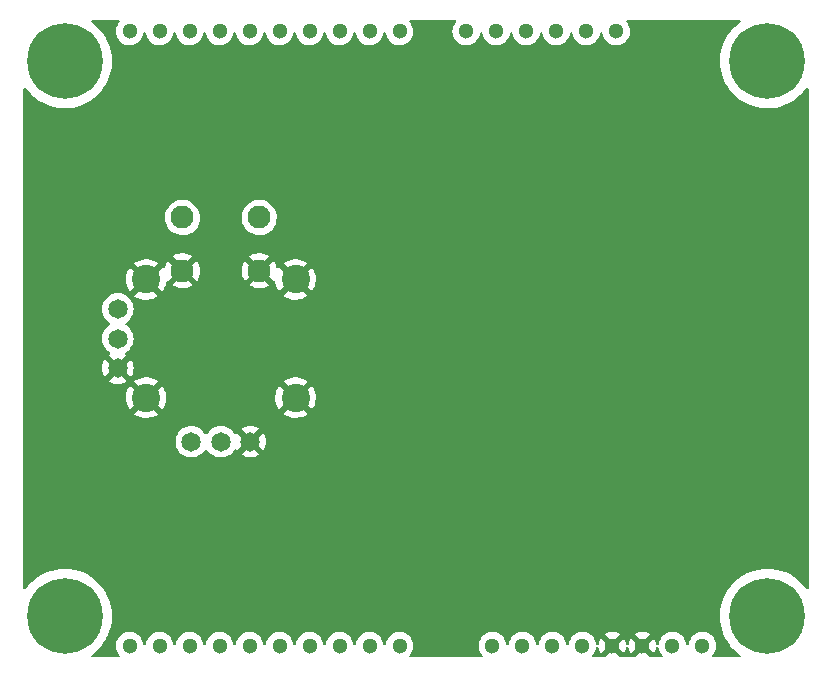
<source format=gbr>
%TF.GenerationSoftware,KiCad,Pcbnew,(6.0.10)*%
%TF.CreationDate,2023-06-21T21:11:52+02:00*%
%TF.ProjectId,FOX-PDA-v1 controller shield,464f582d-5044-4412-9d76-3120636f6e74,rev?*%
%TF.SameCoordinates,Original*%
%TF.FileFunction,Copper,L2,Bot*%
%TF.FilePolarity,Positive*%
%FSLAX46Y46*%
G04 Gerber Fmt 4.6, Leading zero omitted, Abs format (unit mm)*
G04 Created by KiCad (PCBNEW (6.0.10)) date 2023-06-21 21:11:52*
%MOMM*%
%LPD*%
G01*
G04 APERTURE LIST*
%TA.AperFunction,ComponentPad*%
%ADD10C,0.800000*%
%TD*%
%TA.AperFunction,ComponentPad*%
%ADD11C,6.400000*%
%TD*%
%TA.AperFunction,ComponentPad*%
%ADD12C,1.650000*%
%TD*%
%TA.AperFunction,ComponentPad*%
%ADD13C,1.950000*%
%TD*%
%TA.AperFunction,ComponentPad*%
%ADD14C,2.400000*%
%TD*%
%TA.AperFunction,ComponentPad*%
%ADD15C,1.300000*%
%TD*%
%TA.AperFunction,ViaPad*%
%ADD16C,0.600000*%
%TD*%
G04 APERTURE END LIST*
D10*
%TO.P,H2,1,1*%
%TO.N,unconnected-(H2-Pad1)*%
X178600000Y-72500000D03*
X183400000Y-72500000D03*
D11*
X181000000Y-72500000D03*
D10*
X181000000Y-70100000D03*
X179302944Y-70802944D03*
X182697056Y-74197056D03*
X182697056Y-70802944D03*
X181000000Y-74900000D03*
X179302944Y-74197056D03*
%TD*%
%TO.P,H1,1,1*%
%TO.N,unconnected-(H1-Pad1)*%
X181000000Y-117100000D03*
X182697056Y-121197056D03*
X179302944Y-121197056D03*
X181000000Y-121900000D03*
X179302944Y-117802944D03*
D11*
X181000000Y-119500000D03*
D10*
X182697056Y-117802944D03*
X183400000Y-119500000D03*
X178600000Y-119500000D03*
%TD*%
D11*
%TO.P,H4,1,1*%
%TO.N,unconnected-(H4-Pad1)*%
X121500000Y-72500000D03*
D10*
X123900000Y-72500000D03*
X119802944Y-70802944D03*
X121500000Y-74900000D03*
X123197056Y-74197056D03*
X119802944Y-74197056D03*
X119100000Y-72500000D03*
X123197056Y-70802944D03*
X121500000Y-70100000D03*
%TD*%
D12*
%TO.P,S1,1,1*%
%TO.N,VDD*%
X132230000Y-104730000D03*
%TO.P,S1,2,2*%
%TO.N,JOYSTICK_X*%
X134730000Y-104730000D03*
%TO.P,S1,3,3*%
%TO.N,VSS*%
X137230000Y-104730000D03*
%TO.P,S1,11,1'*%
%TO.N,VDD*%
X126000000Y-93500000D03*
%TO.P,S1,12,2'*%
%TO.N,JOYSTICK_Y*%
X126000000Y-96000000D03*
%TO.P,S1,13,3'*%
%TO.N,VSS*%
X126000000Y-98500000D03*
D13*
%TO.P,S1,A1,COM_1*%
X137980000Y-90250000D03*
%TO.P,S1,B1,COM_2*%
X131480000Y-90250000D03*
%TO.P,S1,C1,NO_1*%
%TO.N,JOYSTICK_BUTTON*%
X137980000Y-85750000D03*
%TO.P,S1,D1,NO_2*%
X131480000Y-85750000D03*
D14*
%TO.P,S1,MH1,MH1*%
%TO.N,VSS*%
X128405000Y-101000000D03*
%TO.P,S1,MH2,MH2*%
X141055000Y-101000000D03*
%TO.P,S1,MH3,MH3*%
X141055000Y-91000000D03*
%TO.P,S1,MH4,MH4*%
X128405000Y-91000000D03*
%TD*%
D10*
%TO.P,H3,1,1*%
%TO.N,unconnected-(H3-Pad1)*%
X123197056Y-121197056D03*
X123900000Y-119500000D03*
X119802944Y-121197056D03*
X119100000Y-119500000D03*
X121500000Y-121900000D03*
D11*
X121500000Y-119500000D03*
D10*
X123197056Y-117802944D03*
X121500000Y-117100000D03*
X119802944Y-117802944D03*
%TD*%
D15*
%TO.P,J4,1,1*%
%TO.N,PI1*%
X155500000Y-70000000D03*
%TO.P,J4,2,2*%
%TO.N,PA10*%
X158040000Y-70000000D03*
%TO.P,J4,3,3*%
%TO.N,PI0*%
X160580000Y-70000000D03*
%TO.P,J4,4,4*%
%TO.N,PA9*%
X163120000Y-70000000D03*
%TO.P,J4,5,5*%
%TO.N,PC7*%
X165660000Y-70000000D03*
%TO.P,J4,6,6*%
%TO.N,PG8*%
X168200000Y-70000000D03*
%TD*%
%TO.P,J3,1,1*%
%TO.N,PF11*%
X149860000Y-122000000D03*
%TO.P,J3,2,2*%
%TO.N,PC5*%
X147320000Y-122000000D03*
%TO.P,J3,3,3*%
%TO.N,PB0*%
X144780000Y-122000000D03*
%TO.P,J3,4,4*%
%TO.N,PA5*%
X142240000Y-122000000D03*
%TO.P,J3,5,5*%
%TO.N,PB1*%
X139700000Y-122000000D03*
%TO.P,J3,6,6*%
%TO.N,PA6*%
X137160000Y-122000000D03*
%TO.P,J3,7,7*%
%TO.N,PA7*%
X134620000Y-122000000D03*
%TO.P,J3,8,8*%
%TO.N,PA0*%
X132080000Y-122000000D03*
%TO.P,J3,9,9*%
%TO.N,PA3*%
X129540000Y-122000000D03*
%TO.P,J3,10,10*%
%TO.N,PA2*%
X127000000Y-122000000D03*
%TD*%
%TO.P,J1,1,1*%
%TO.N,VDD*%
X175500000Y-122000000D03*
%TO.P,J1,2,2*%
X172960000Y-122000000D03*
%TO.P,J1,3,3*%
%TO.N,VSS*%
X170420000Y-122000000D03*
%TO.P,J1,4,4*%
X167880000Y-122000000D03*
%TO.P,J1,5,5*%
%TO.N,PB13*%
X165340000Y-122000000D03*
%TO.P,J1,6,6*%
%TO.N,PB11*%
X162800000Y-122000000D03*
%TO.P,J1,7,7*%
%TO.N,PB12*%
X160260000Y-122000000D03*
%TO.P,J1,8,8*%
%TO.N,PB10*%
X157720000Y-122000000D03*
%TD*%
%TO.P,J2,1,1*%
%TO.N,PB5*%
X127000000Y-70000000D03*
%TO.P,J2,2,2*%
%TO.N,PG15*%
X129540000Y-70000000D03*
%TO.P,J2,3,3*%
%TO.N,PG14*%
X132080000Y-70000000D03*
%TO.P,J2,4,4*%
%TO.N,PG12*%
X134620000Y-70000000D03*
%TO.P,J2,5,5*%
%TO.N,PG13*%
X137160000Y-70000000D03*
%TO.P,J2,6,6*%
%TO.N,PG11*%
X139700000Y-70000000D03*
%TO.P,J2,7,7*%
%TO.N,PB4*%
X142240000Y-70000000D03*
%TO.P,J2,8,8*%
%TO.N,PG10*%
X144780000Y-70000000D03*
%TO.P,J2,9,9*%
%TO.N,PD6*%
X147320000Y-70000000D03*
%TO.P,J2,10,10*%
%TO.N,PI3*%
X149860000Y-70000000D03*
%TD*%
D16*
%TO.N,VSS*%
X129000000Y-82000000D03*
X146000000Y-82500000D03*
X148000000Y-82500000D03*
X133000000Y-111000000D03*
X150000000Y-82500000D03*
X129000000Y-111000000D03*
%TD*%
%TA.AperFunction,Conductor*%
%TO.N,VSS*%
G36*
X126114676Y-69028502D02*
G01*
X126161169Y-69082158D01*
X126171273Y-69152432D01*
X126145505Y-69212506D01*
X126024238Y-69366333D01*
X126021549Y-69371444D01*
X126021547Y-69371447D01*
X126000211Y-69412001D01*
X125925100Y-69554762D01*
X125923386Y-69560283D01*
X125923384Y-69560287D01*
X125887569Y-69675630D01*
X125861961Y-69758102D01*
X125836936Y-69969544D01*
X125850861Y-70182006D01*
X125852282Y-70187602D01*
X125852283Y-70187607D01*
X125901851Y-70382777D01*
X125903272Y-70388372D01*
X125905689Y-70393615D01*
X125942389Y-70473223D01*
X125992411Y-70581731D01*
X126115296Y-70755609D01*
X126267809Y-70904181D01*
X126272605Y-70907386D01*
X126272608Y-70907388D01*
X126349612Y-70958840D01*
X126444843Y-71022471D01*
X126450146Y-71024749D01*
X126450149Y-71024751D01*
X126532324Y-71060056D01*
X126640470Y-71106519D01*
X126716316Y-71123681D01*
X126842501Y-71152234D01*
X126842506Y-71152235D01*
X126848138Y-71153509D01*
X126853909Y-71153736D01*
X126853911Y-71153736D01*
X126915252Y-71156146D01*
X127060891Y-71161869D01*
X127066600Y-71161041D01*
X127066604Y-71161041D01*
X127265890Y-71132145D01*
X127265894Y-71132144D01*
X127271605Y-71131316D01*
X127473223Y-71062876D01*
X127658993Y-70958840D01*
X127822693Y-70822693D01*
X127958840Y-70658993D01*
X128062876Y-70473223D01*
X128131316Y-70271605D01*
X128132145Y-70265890D01*
X128143202Y-70189634D01*
X128172773Y-70125088D01*
X128232545Y-70086776D01*
X128303541Y-70086862D01*
X128363221Y-70125317D01*
X128389694Y-70182302D01*
X128390861Y-70182006D01*
X128443272Y-70388372D01*
X128445689Y-70393615D01*
X128482389Y-70473223D01*
X128532411Y-70581731D01*
X128655296Y-70755609D01*
X128807809Y-70904181D01*
X128812605Y-70907386D01*
X128812608Y-70907388D01*
X128889612Y-70958840D01*
X128984843Y-71022471D01*
X128990146Y-71024749D01*
X128990149Y-71024751D01*
X129072324Y-71060056D01*
X129180470Y-71106519D01*
X129256316Y-71123681D01*
X129382501Y-71152234D01*
X129382506Y-71152235D01*
X129388138Y-71153509D01*
X129393909Y-71153736D01*
X129393911Y-71153736D01*
X129455252Y-71156146D01*
X129600891Y-71161869D01*
X129606600Y-71161041D01*
X129606604Y-71161041D01*
X129805890Y-71132145D01*
X129805894Y-71132144D01*
X129811605Y-71131316D01*
X130013223Y-71062876D01*
X130198993Y-70958840D01*
X130362693Y-70822693D01*
X130498840Y-70658993D01*
X130602876Y-70473223D01*
X130671316Y-70271605D01*
X130672145Y-70265890D01*
X130683202Y-70189634D01*
X130712773Y-70125088D01*
X130772545Y-70086776D01*
X130843541Y-70086862D01*
X130903221Y-70125317D01*
X130929694Y-70182302D01*
X130930861Y-70182006D01*
X130983272Y-70388372D01*
X130985689Y-70393615D01*
X131022389Y-70473223D01*
X131072411Y-70581731D01*
X131195296Y-70755609D01*
X131347809Y-70904181D01*
X131352605Y-70907386D01*
X131352608Y-70907388D01*
X131429612Y-70958840D01*
X131524843Y-71022471D01*
X131530146Y-71024749D01*
X131530149Y-71024751D01*
X131612324Y-71060056D01*
X131720470Y-71106519D01*
X131796316Y-71123681D01*
X131922501Y-71152234D01*
X131922506Y-71152235D01*
X131928138Y-71153509D01*
X131933909Y-71153736D01*
X131933911Y-71153736D01*
X131995252Y-71156146D01*
X132140891Y-71161869D01*
X132146600Y-71161041D01*
X132146604Y-71161041D01*
X132345890Y-71132145D01*
X132345894Y-71132144D01*
X132351605Y-71131316D01*
X132553223Y-71062876D01*
X132738993Y-70958840D01*
X132902693Y-70822693D01*
X133038840Y-70658993D01*
X133142876Y-70473223D01*
X133211316Y-70271605D01*
X133212145Y-70265890D01*
X133223202Y-70189634D01*
X133252773Y-70125088D01*
X133312545Y-70086776D01*
X133383541Y-70086862D01*
X133443221Y-70125317D01*
X133469694Y-70182302D01*
X133470861Y-70182006D01*
X133523272Y-70388372D01*
X133525689Y-70393615D01*
X133562389Y-70473223D01*
X133612411Y-70581731D01*
X133735296Y-70755609D01*
X133887809Y-70904181D01*
X133892605Y-70907386D01*
X133892608Y-70907388D01*
X133969612Y-70958840D01*
X134064843Y-71022471D01*
X134070146Y-71024749D01*
X134070149Y-71024751D01*
X134152324Y-71060056D01*
X134260470Y-71106519D01*
X134336316Y-71123681D01*
X134462501Y-71152234D01*
X134462506Y-71152235D01*
X134468138Y-71153509D01*
X134473909Y-71153736D01*
X134473911Y-71153736D01*
X134535252Y-71156146D01*
X134680891Y-71161869D01*
X134686600Y-71161041D01*
X134686604Y-71161041D01*
X134885890Y-71132145D01*
X134885894Y-71132144D01*
X134891605Y-71131316D01*
X135093223Y-71062876D01*
X135278993Y-70958840D01*
X135442693Y-70822693D01*
X135578840Y-70658993D01*
X135682876Y-70473223D01*
X135751316Y-70271605D01*
X135752145Y-70265890D01*
X135763202Y-70189634D01*
X135792773Y-70125088D01*
X135852545Y-70086776D01*
X135923541Y-70086862D01*
X135983221Y-70125317D01*
X136009694Y-70182302D01*
X136010861Y-70182006D01*
X136063272Y-70388372D01*
X136065689Y-70393615D01*
X136102389Y-70473223D01*
X136152411Y-70581731D01*
X136275296Y-70755609D01*
X136427809Y-70904181D01*
X136432605Y-70907386D01*
X136432608Y-70907388D01*
X136509612Y-70958840D01*
X136604843Y-71022471D01*
X136610146Y-71024749D01*
X136610149Y-71024751D01*
X136692324Y-71060056D01*
X136800470Y-71106519D01*
X136876316Y-71123681D01*
X137002501Y-71152234D01*
X137002506Y-71152235D01*
X137008138Y-71153509D01*
X137013909Y-71153736D01*
X137013911Y-71153736D01*
X137075252Y-71156146D01*
X137220891Y-71161869D01*
X137226600Y-71161041D01*
X137226604Y-71161041D01*
X137425890Y-71132145D01*
X137425894Y-71132144D01*
X137431605Y-71131316D01*
X137633223Y-71062876D01*
X137818993Y-70958840D01*
X137982693Y-70822693D01*
X138118840Y-70658993D01*
X138222876Y-70473223D01*
X138291316Y-70271605D01*
X138292145Y-70265890D01*
X138303202Y-70189634D01*
X138332773Y-70125088D01*
X138392545Y-70086776D01*
X138463541Y-70086862D01*
X138523221Y-70125317D01*
X138549694Y-70182302D01*
X138550861Y-70182006D01*
X138603272Y-70388372D01*
X138605689Y-70393615D01*
X138642389Y-70473223D01*
X138692411Y-70581731D01*
X138815296Y-70755609D01*
X138967809Y-70904181D01*
X138972605Y-70907386D01*
X138972608Y-70907388D01*
X139049612Y-70958840D01*
X139144843Y-71022471D01*
X139150146Y-71024749D01*
X139150149Y-71024751D01*
X139232324Y-71060056D01*
X139340470Y-71106519D01*
X139416316Y-71123681D01*
X139542501Y-71152234D01*
X139542506Y-71152235D01*
X139548138Y-71153509D01*
X139553909Y-71153736D01*
X139553911Y-71153736D01*
X139615252Y-71156146D01*
X139760891Y-71161869D01*
X139766600Y-71161041D01*
X139766604Y-71161041D01*
X139965890Y-71132145D01*
X139965894Y-71132144D01*
X139971605Y-71131316D01*
X140173223Y-71062876D01*
X140358993Y-70958840D01*
X140522693Y-70822693D01*
X140658840Y-70658993D01*
X140762876Y-70473223D01*
X140831316Y-70271605D01*
X140832145Y-70265890D01*
X140843202Y-70189634D01*
X140872773Y-70125088D01*
X140932545Y-70086776D01*
X141003541Y-70086862D01*
X141063221Y-70125317D01*
X141089694Y-70182302D01*
X141090861Y-70182006D01*
X141143272Y-70388372D01*
X141145689Y-70393615D01*
X141182389Y-70473223D01*
X141232411Y-70581731D01*
X141355296Y-70755609D01*
X141507809Y-70904181D01*
X141512605Y-70907386D01*
X141512608Y-70907388D01*
X141589612Y-70958840D01*
X141684843Y-71022471D01*
X141690146Y-71024749D01*
X141690149Y-71024751D01*
X141772324Y-71060056D01*
X141880470Y-71106519D01*
X141956316Y-71123681D01*
X142082501Y-71152234D01*
X142082506Y-71152235D01*
X142088138Y-71153509D01*
X142093909Y-71153736D01*
X142093911Y-71153736D01*
X142155252Y-71156146D01*
X142300891Y-71161869D01*
X142306600Y-71161041D01*
X142306604Y-71161041D01*
X142505890Y-71132145D01*
X142505894Y-71132144D01*
X142511605Y-71131316D01*
X142713223Y-71062876D01*
X142898993Y-70958840D01*
X143062693Y-70822693D01*
X143198840Y-70658993D01*
X143302876Y-70473223D01*
X143371316Y-70271605D01*
X143372145Y-70265890D01*
X143383202Y-70189634D01*
X143412773Y-70125088D01*
X143472545Y-70086776D01*
X143543541Y-70086862D01*
X143603221Y-70125317D01*
X143629694Y-70182302D01*
X143630861Y-70182006D01*
X143683272Y-70388372D01*
X143685689Y-70393615D01*
X143722389Y-70473223D01*
X143772411Y-70581731D01*
X143895296Y-70755609D01*
X144047809Y-70904181D01*
X144052605Y-70907386D01*
X144052608Y-70907388D01*
X144129612Y-70958840D01*
X144224843Y-71022471D01*
X144230146Y-71024749D01*
X144230149Y-71024751D01*
X144312324Y-71060056D01*
X144420470Y-71106519D01*
X144496316Y-71123681D01*
X144622501Y-71152234D01*
X144622506Y-71152235D01*
X144628138Y-71153509D01*
X144633909Y-71153736D01*
X144633911Y-71153736D01*
X144695252Y-71156146D01*
X144840891Y-71161869D01*
X144846600Y-71161041D01*
X144846604Y-71161041D01*
X145045890Y-71132145D01*
X145045894Y-71132144D01*
X145051605Y-71131316D01*
X145253223Y-71062876D01*
X145438993Y-70958840D01*
X145602693Y-70822693D01*
X145738840Y-70658993D01*
X145842876Y-70473223D01*
X145911316Y-70271605D01*
X145912145Y-70265890D01*
X145923202Y-70189634D01*
X145952773Y-70125088D01*
X146012545Y-70086776D01*
X146083541Y-70086862D01*
X146143221Y-70125317D01*
X146169694Y-70182302D01*
X146170861Y-70182006D01*
X146223272Y-70388372D01*
X146225689Y-70393615D01*
X146262389Y-70473223D01*
X146312411Y-70581731D01*
X146435296Y-70755609D01*
X146587809Y-70904181D01*
X146592605Y-70907386D01*
X146592608Y-70907388D01*
X146669612Y-70958840D01*
X146764843Y-71022471D01*
X146770146Y-71024749D01*
X146770149Y-71024751D01*
X146852324Y-71060056D01*
X146960470Y-71106519D01*
X147036316Y-71123681D01*
X147162501Y-71152234D01*
X147162506Y-71152235D01*
X147168138Y-71153509D01*
X147173909Y-71153736D01*
X147173911Y-71153736D01*
X147235252Y-71156146D01*
X147380891Y-71161869D01*
X147386600Y-71161041D01*
X147386604Y-71161041D01*
X147585890Y-71132145D01*
X147585894Y-71132144D01*
X147591605Y-71131316D01*
X147793223Y-71062876D01*
X147978993Y-70958840D01*
X148142693Y-70822693D01*
X148278840Y-70658993D01*
X148382876Y-70473223D01*
X148451316Y-70271605D01*
X148452145Y-70265890D01*
X148463202Y-70189634D01*
X148492773Y-70125088D01*
X148552545Y-70086776D01*
X148623541Y-70086862D01*
X148683221Y-70125317D01*
X148709694Y-70182302D01*
X148710861Y-70182006D01*
X148763272Y-70388372D01*
X148765689Y-70393615D01*
X148802389Y-70473223D01*
X148852411Y-70581731D01*
X148975296Y-70755609D01*
X149127809Y-70904181D01*
X149132605Y-70907386D01*
X149132608Y-70907388D01*
X149209612Y-70958840D01*
X149304843Y-71022471D01*
X149310146Y-71024749D01*
X149310149Y-71024751D01*
X149392324Y-71060056D01*
X149500470Y-71106519D01*
X149576316Y-71123681D01*
X149702501Y-71152234D01*
X149702506Y-71152235D01*
X149708138Y-71153509D01*
X149713909Y-71153736D01*
X149713911Y-71153736D01*
X149775252Y-71156146D01*
X149920891Y-71161869D01*
X149926600Y-71161041D01*
X149926604Y-71161041D01*
X150125890Y-71132145D01*
X150125894Y-71132144D01*
X150131605Y-71131316D01*
X150333223Y-71062876D01*
X150518993Y-70958840D01*
X150682693Y-70822693D01*
X150818840Y-70658993D01*
X150922876Y-70473223D01*
X150991316Y-70271605D01*
X150995377Y-70243603D01*
X151021337Y-70064561D01*
X151021337Y-70064559D01*
X151021869Y-70060891D01*
X151023463Y-70000000D01*
X151011487Y-69869669D01*
X151004510Y-69793730D01*
X151004509Y-69793727D01*
X151003981Y-69787976D01*
X150993998Y-69752579D01*
X150947754Y-69588611D01*
X150947753Y-69588609D01*
X150946186Y-69583052D01*
X150852015Y-69392092D01*
X150735782Y-69236436D01*
X150728079Y-69226120D01*
X150728077Y-69226118D01*
X150724622Y-69221491D01*
X150721319Y-69218438D01*
X150690780Y-69154806D01*
X150699542Y-69084352D01*
X150745004Y-69029820D01*
X150815133Y-69008500D01*
X154546555Y-69008500D01*
X154614676Y-69028502D01*
X154661169Y-69082158D01*
X154671273Y-69152432D01*
X154645505Y-69212506D01*
X154524238Y-69366333D01*
X154521549Y-69371444D01*
X154521547Y-69371447D01*
X154500211Y-69412001D01*
X154425100Y-69554762D01*
X154423386Y-69560283D01*
X154423384Y-69560287D01*
X154387569Y-69675630D01*
X154361961Y-69758102D01*
X154336936Y-69969544D01*
X154350861Y-70182006D01*
X154352282Y-70187602D01*
X154352283Y-70187607D01*
X154401851Y-70382777D01*
X154403272Y-70388372D01*
X154405689Y-70393615D01*
X154442389Y-70473223D01*
X154492411Y-70581731D01*
X154615296Y-70755609D01*
X154767809Y-70904181D01*
X154772605Y-70907386D01*
X154772608Y-70907388D01*
X154849612Y-70958840D01*
X154944843Y-71022471D01*
X154950146Y-71024749D01*
X154950149Y-71024751D01*
X155032324Y-71060056D01*
X155140470Y-71106519D01*
X155216316Y-71123681D01*
X155342501Y-71152234D01*
X155342506Y-71152235D01*
X155348138Y-71153509D01*
X155353909Y-71153736D01*
X155353911Y-71153736D01*
X155415252Y-71156146D01*
X155560891Y-71161869D01*
X155566600Y-71161041D01*
X155566604Y-71161041D01*
X155765890Y-71132145D01*
X155765894Y-71132144D01*
X155771605Y-71131316D01*
X155973223Y-71062876D01*
X156158993Y-70958840D01*
X156322693Y-70822693D01*
X156458840Y-70658993D01*
X156562876Y-70473223D01*
X156631316Y-70271605D01*
X156632145Y-70265890D01*
X156643202Y-70189634D01*
X156672773Y-70125088D01*
X156732545Y-70086776D01*
X156803541Y-70086862D01*
X156863221Y-70125317D01*
X156889694Y-70182302D01*
X156890861Y-70182006D01*
X156943272Y-70388372D01*
X156945689Y-70393615D01*
X156982389Y-70473223D01*
X157032411Y-70581731D01*
X157155296Y-70755609D01*
X157307809Y-70904181D01*
X157312605Y-70907386D01*
X157312608Y-70907388D01*
X157389612Y-70958840D01*
X157484843Y-71022471D01*
X157490146Y-71024749D01*
X157490149Y-71024751D01*
X157572324Y-71060056D01*
X157680470Y-71106519D01*
X157756316Y-71123681D01*
X157882501Y-71152234D01*
X157882506Y-71152235D01*
X157888138Y-71153509D01*
X157893909Y-71153736D01*
X157893911Y-71153736D01*
X157955252Y-71156146D01*
X158100891Y-71161869D01*
X158106600Y-71161041D01*
X158106604Y-71161041D01*
X158305890Y-71132145D01*
X158305894Y-71132144D01*
X158311605Y-71131316D01*
X158513223Y-71062876D01*
X158698993Y-70958840D01*
X158862693Y-70822693D01*
X158998840Y-70658993D01*
X159102876Y-70473223D01*
X159171316Y-70271605D01*
X159172145Y-70265890D01*
X159183202Y-70189634D01*
X159212773Y-70125088D01*
X159272545Y-70086776D01*
X159343541Y-70086862D01*
X159403221Y-70125317D01*
X159429694Y-70182302D01*
X159430861Y-70182006D01*
X159483272Y-70388372D01*
X159485689Y-70393615D01*
X159522389Y-70473223D01*
X159572411Y-70581731D01*
X159695296Y-70755609D01*
X159847809Y-70904181D01*
X159852605Y-70907386D01*
X159852608Y-70907388D01*
X159929612Y-70958840D01*
X160024843Y-71022471D01*
X160030146Y-71024749D01*
X160030149Y-71024751D01*
X160112324Y-71060056D01*
X160220470Y-71106519D01*
X160296316Y-71123681D01*
X160422501Y-71152234D01*
X160422506Y-71152235D01*
X160428138Y-71153509D01*
X160433909Y-71153736D01*
X160433911Y-71153736D01*
X160495252Y-71156146D01*
X160640891Y-71161869D01*
X160646600Y-71161041D01*
X160646604Y-71161041D01*
X160845890Y-71132145D01*
X160845894Y-71132144D01*
X160851605Y-71131316D01*
X161053223Y-71062876D01*
X161238993Y-70958840D01*
X161402693Y-70822693D01*
X161538840Y-70658993D01*
X161642876Y-70473223D01*
X161711316Y-70271605D01*
X161712145Y-70265890D01*
X161723202Y-70189634D01*
X161752773Y-70125088D01*
X161812545Y-70086776D01*
X161883541Y-70086862D01*
X161943221Y-70125317D01*
X161969694Y-70182302D01*
X161970861Y-70182006D01*
X162023272Y-70388372D01*
X162025689Y-70393615D01*
X162062389Y-70473223D01*
X162112411Y-70581731D01*
X162235296Y-70755609D01*
X162387809Y-70904181D01*
X162392605Y-70907386D01*
X162392608Y-70907388D01*
X162469612Y-70958840D01*
X162564843Y-71022471D01*
X162570146Y-71024749D01*
X162570149Y-71024751D01*
X162652324Y-71060056D01*
X162760470Y-71106519D01*
X162836316Y-71123681D01*
X162962501Y-71152234D01*
X162962506Y-71152235D01*
X162968138Y-71153509D01*
X162973909Y-71153736D01*
X162973911Y-71153736D01*
X163035252Y-71156146D01*
X163180891Y-71161869D01*
X163186600Y-71161041D01*
X163186604Y-71161041D01*
X163385890Y-71132145D01*
X163385894Y-71132144D01*
X163391605Y-71131316D01*
X163593223Y-71062876D01*
X163778993Y-70958840D01*
X163942693Y-70822693D01*
X164078840Y-70658993D01*
X164182876Y-70473223D01*
X164251316Y-70271605D01*
X164252145Y-70265890D01*
X164263202Y-70189634D01*
X164292773Y-70125088D01*
X164352545Y-70086776D01*
X164423541Y-70086862D01*
X164483221Y-70125317D01*
X164509694Y-70182302D01*
X164510861Y-70182006D01*
X164563272Y-70388372D01*
X164565689Y-70393615D01*
X164602389Y-70473223D01*
X164652411Y-70581731D01*
X164775296Y-70755609D01*
X164927809Y-70904181D01*
X164932605Y-70907386D01*
X164932608Y-70907388D01*
X165009612Y-70958840D01*
X165104843Y-71022471D01*
X165110146Y-71024749D01*
X165110149Y-71024751D01*
X165192324Y-71060056D01*
X165300470Y-71106519D01*
X165376316Y-71123681D01*
X165502501Y-71152234D01*
X165502506Y-71152235D01*
X165508138Y-71153509D01*
X165513909Y-71153736D01*
X165513911Y-71153736D01*
X165575252Y-71156146D01*
X165720891Y-71161869D01*
X165726600Y-71161041D01*
X165726604Y-71161041D01*
X165925890Y-71132145D01*
X165925894Y-71132144D01*
X165931605Y-71131316D01*
X166133223Y-71062876D01*
X166318993Y-70958840D01*
X166482693Y-70822693D01*
X166618840Y-70658993D01*
X166722876Y-70473223D01*
X166791316Y-70271605D01*
X166792145Y-70265890D01*
X166803202Y-70189634D01*
X166832773Y-70125088D01*
X166892545Y-70086776D01*
X166963541Y-70086862D01*
X167023221Y-70125317D01*
X167049694Y-70182302D01*
X167050861Y-70182006D01*
X167103272Y-70388372D01*
X167105689Y-70393615D01*
X167142389Y-70473223D01*
X167192411Y-70581731D01*
X167315296Y-70755609D01*
X167467809Y-70904181D01*
X167472605Y-70907386D01*
X167472608Y-70907388D01*
X167549612Y-70958840D01*
X167644843Y-71022471D01*
X167650146Y-71024749D01*
X167650149Y-71024751D01*
X167732324Y-71060056D01*
X167840470Y-71106519D01*
X167916316Y-71123681D01*
X168042501Y-71152234D01*
X168042506Y-71152235D01*
X168048138Y-71153509D01*
X168053909Y-71153736D01*
X168053911Y-71153736D01*
X168115252Y-71156146D01*
X168260891Y-71161869D01*
X168266600Y-71161041D01*
X168266604Y-71161041D01*
X168465890Y-71132145D01*
X168465894Y-71132144D01*
X168471605Y-71131316D01*
X168673223Y-71062876D01*
X168858993Y-70958840D01*
X169022693Y-70822693D01*
X169158840Y-70658993D01*
X169262876Y-70473223D01*
X169331316Y-70271605D01*
X169335377Y-70243603D01*
X169361337Y-70064561D01*
X169361337Y-70064559D01*
X169361869Y-70060891D01*
X169363463Y-70000000D01*
X169351487Y-69869669D01*
X169344510Y-69793730D01*
X169344509Y-69793727D01*
X169343981Y-69787976D01*
X169333998Y-69752579D01*
X169287754Y-69588611D01*
X169287753Y-69588609D01*
X169286186Y-69583052D01*
X169192015Y-69392092D01*
X169075782Y-69236436D01*
X169068079Y-69226120D01*
X169068077Y-69226118D01*
X169064622Y-69221491D01*
X169061319Y-69218438D01*
X169030780Y-69154806D01*
X169039542Y-69084352D01*
X169085004Y-69029820D01*
X169155133Y-69008500D01*
X178611719Y-69008500D01*
X178679840Y-69028502D01*
X178726333Y-69082158D01*
X178736437Y-69152432D01*
X178706943Y-69217012D01*
X178685782Y-69236435D01*
X178490248Y-69378498D01*
X178487958Y-69380531D01*
X178487952Y-69380536D01*
X178241631Y-69599231D01*
X178197621Y-69638305D01*
X178195532Y-69640561D01*
X177943374Y-69912867D01*
X177931743Y-69925427D01*
X177844896Y-70039844D01*
X177826135Y-70064561D01*
X177695152Y-70237124D01*
X177490107Y-70570420D01*
X177318564Y-70922135D01*
X177317493Y-70925016D01*
X177317490Y-70925022D01*
X177240462Y-71132145D01*
X177182162Y-71288910D01*
X177082201Y-71667246D01*
X177019637Y-72053531D01*
X176995065Y-72444077D01*
X177008722Y-72835157D01*
X177060477Y-73223038D01*
X177149834Y-73604017D01*
X177150823Y-73606923D01*
X177150825Y-73606929D01*
X177274950Y-73971543D01*
X177274955Y-73971555D01*
X177275943Y-73974458D01*
X177437598Y-74330826D01*
X177633258Y-74669717D01*
X177635047Y-74672216D01*
X177635049Y-74672219D01*
X177794525Y-74894973D01*
X177861053Y-74987899D01*
X178118810Y-75282333D01*
X178404069Y-75550208D01*
X178714107Y-75788969D01*
X178716710Y-75790596D01*
X178716715Y-75790599D01*
X178835687Y-75864941D01*
X179045964Y-75996337D01*
X179396472Y-76170331D01*
X179762287Y-76309290D01*
X180139915Y-76411890D01*
X180142958Y-76412405D01*
X180142964Y-76412406D01*
X180522713Y-76476636D01*
X180522720Y-76476637D01*
X180525754Y-76477150D01*
X180528825Y-76477365D01*
X180528827Y-76477365D01*
X180913053Y-76504233D01*
X180913061Y-76504233D01*
X180916119Y-76504447D01*
X181169704Y-76497363D01*
X181304211Y-76493606D01*
X181304214Y-76493606D01*
X181307285Y-76493520D01*
X181310338Y-76493134D01*
X181310342Y-76493134D01*
X181496145Y-76469662D01*
X181695517Y-76444475D01*
X181698521Y-76443793D01*
X181698524Y-76443792D01*
X182074115Y-76358460D01*
X182074121Y-76358458D01*
X182077111Y-76357779D01*
X182222875Y-76309290D01*
X182445500Y-76235233D01*
X182445506Y-76235231D01*
X182448424Y-76234260D01*
X182589551Y-76171426D01*
X182803111Y-76076343D01*
X182803117Y-76076340D01*
X182805911Y-76075096D01*
X182808580Y-76073580D01*
X183143492Y-75883324D01*
X183143498Y-75883320D01*
X183146160Y-75881808D01*
X183465924Y-75656239D01*
X183762150Y-75400544D01*
X183764271Y-75398317D01*
X183764277Y-75398311D01*
X184029894Y-75119385D01*
X184032011Y-75117162D01*
X184131192Y-74990217D01*
X184266211Y-74817400D01*
X184323912Y-74776034D01*
X184394817Y-74772431D01*
X184456414Y-74807734D01*
X184489147Y-74870735D01*
X184491500Y-74894973D01*
X184491500Y-117111007D01*
X184471498Y-117179128D01*
X184417842Y-117225621D01*
X184347568Y-117235725D01*
X184282988Y-117206231D01*
X184264083Y-117185778D01*
X184105727Y-116970988D01*
X184105725Y-116970985D01*
X184103905Y-116968517D01*
X183842061Y-116677711D01*
X183553090Y-116413844D01*
X183239749Y-116179435D01*
X183186075Y-116146929D01*
X182907658Y-115978313D01*
X182907649Y-115978308D01*
X182905030Y-115976722D01*
X182552126Y-115807638D01*
X182549237Y-115806586D01*
X182549231Y-115806584D01*
X182187306Y-115674855D01*
X182187303Y-115674854D01*
X182184407Y-115673800D01*
X181907326Y-115602658D01*
X181808366Y-115577249D01*
X181808363Y-115577248D01*
X181805382Y-115576483D01*
X181418670Y-115516617D01*
X181415613Y-115516446D01*
X181415612Y-115516446D01*
X181385120Y-115514741D01*
X181027962Y-115494773D01*
X181024883Y-115494902D01*
X181024880Y-115494902D01*
X180768770Y-115505636D01*
X180636987Y-115511159D01*
X180633943Y-115511587D01*
X180633941Y-115511587D01*
X180599368Y-115516446D01*
X180249477Y-115565620D01*
X179869131Y-115657636D01*
X179499579Y-115786327D01*
X179496781Y-115787620D01*
X179147146Y-115949174D01*
X179147136Y-115949179D01*
X179144349Y-115950467D01*
X179035829Y-116014135D01*
X178809486Y-116146929D01*
X178809481Y-116146932D01*
X178806831Y-116148487D01*
X178766433Y-116177838D01*
X178492730Y-116376694D01*
X178492721Y-116376701D01*
X178490248Y-116378498D01*
X178487958Y-116380531D01*
X178487952Y-116380536D01*
X178199924Y-116636260D01*
X178197621Y-116638305D01*
X177931743Y-116925427D01*
X177929888Y-116927871D01*
X177734864Y-117184806D01*
X177695152Y-117237124D01*
X177490107Y-117570420D01*
X177318564Y-117922135D01*
X177182162Y-118288910D01*
X177082201Y-118667246D01*
X177019637Y-119053531D01*
X176995065Y-119444077D01*
X177008722Y-119835157D01*
X177060477Y-120223038D01*
X177149834Y-120604017D01*
X177150823Y-120606923D01*
X177150825Y-120606929D01*
X177274950Y-120971543D01*
X177274955Y-120971555D01*
X177275943Y-120974458D01*
X177437598Y-121330826D01*
X177633258Y-121669717D01*
X177635047Y-121672216D01*
X177635049Y-121672219D01*
X177843806Y-121963808D01*
X177861053Y-121987899D01*
X177863080Y-121990214D01*
X177863082Y-121990217D01*
X178104415Y-122265890D01*
X178118810Y-122282333D01*
X178404069Y-122550208D01*
X178586928Y-122691028D01*
X178683854Y-122765671D01*
X178725621Y-122823082D01*
X178729720Y-122893961D01*
X178694848Y-122955803D01*
X178632077Y-122988974D01*
X178606976Y-122991500D01*
X176450973Y-122991500D01*
X176382852Y-122971498D01*
X176336359Y-122917842D01*
X176326255Y-122847568D01*
X176354099Y-122784931D01*
X176455149Y-122663431D01*
X176458840Y-122658993D01*
X176562876Y-122473223D01*
X176631316Y-122271605D01*
X176632162Y-122265775D01*
X176661337Y-122064561D01*
X176661337Y-122064559D01*
X176661869Y-122060891D01*
X176663463Y-122000000D01*
X176646586Y-121816329D01*
X176644510Y-121793730D01*
X176644509Y-121793727D01*
X176643981Y-121787976D01*
X176637204Y-121763945D01*
X176587754Y-121588611D01*
X176587753Y-121588609D01*
X176586186Y-121583052D01*
X176575055Y-121560479D01*
X176494570Y-121397273D01*
X176492015Y-121392092D01*
X176444165Y-121328012D01*
X176368074Y-121226114D01*
X176364622Y-121221491D01*
X176208271Y-121076963D01*
X176028201Y-120963347D01*
X175830441Y-120884449D01*
X175824781Y-120883323D01*
X175824777Y-120883322D01*
X175627282Y-120844038D01*
X175627280Y-120844038D01*
X175621615Y-120842911D01*
X175615840Y-120842835D01*
X175615836Y-120842835D01*
X175509161Y-120841439D01*
X175408716Y-120840124D01*
X175403019Y-120841103D01*
X175403018Y-120841103D01*
X175204564Y-120875203D01*
X175204561Y-120875204D01*
X175198874Y-120876181D01*
X174999116Y-120949875D01*
X174816134Y-121058739D01*
X174656054Y-121199125D01*
X174524238Y-121366333D01*
X174521549Y-121371444D01*
X174521547Y-121371447D01*
X174507822Y-121397534D01*
X174425100Y-121554762D01*
X174423386Y-121560283D01*
X174423384Y-121560287D01*
X174390233Y-121667051D01*
X174361961Y-121758102D01*
X174361269Y-121763947D01*
X174356090Y-121807705D01*
X174328219Y-121873003D01*
X174269471Y-121912867D01*
X174198496Y-121914640D01*
X174137830Y-121877761D01*
X174106732Y-121813937D01*
X174105495Y-121804449D01*
X174103981Y-121787976D01*
X174097204Y-121763945D01*
X174047754Y-121588611D01*
X174047753Y-121588609D01*
X174046186Y-121583052D01*
X174035055Y-121560479D01*
X173954570Y-121397273D01*
X173952015Y-121392092D01*
X173904165Y-121328012D01*
X173828074Y-121226114D01*
X173824622Y-121221491D01*
X173668271Y-121076963D01*
X173488201Y-120963347D01*
X173290441Y-120884449D01*
X173284781Y-120883323D01*
X173284777Y-120883322D01*
X173087282Y-120844038D01*
X173087280Y-120844038D01*
X173081615Y-120842911D01*
X173075840Y-120842835D01*
X173075836Y-120842835D01*
X172969161Y-120841439D01*
X172868716Y-120840124D01*
X172863019Y-120841103D01*
X172863018Y-120841103D01*
X172664564Y-120875203D01*
X172664561Y-120875204D01*
X172658874Y-120876181D01*
X172459116Y-120949875D01*
X172276134Y-121058739D01*
X172116054Y-121199125D01*
X171984238Y-121366333D01*
X171981549Y-121371444D01*
X171981547Y-121371447D01*
X171967822Y-121397534D01*
X171885100Y-121554762D01*
X171883386Y-121560283D01*
X171883384Y-121560287D01*
X171850233Y-121667051D01*
X171821961Y-121758102D01*
X171815961Y-121808799D01*
X171815808Y-121810093D01*
X171787938Y-121875391D01*
X171729191Y-121915256D01*
X171658216Y-121917031D01*
X171597549Y-121880152D01*
X171566451Y-121816329D01*
X171565210Y-121806817D01*
X171564016Y-121793822D01*
X171561918Y-121782503D01*
X171507287Y-121588797D01*
X171503163Y-121578050D01*
X171414141Y-121397534D01*
X171410617Y-121391784D01*
X171400595Y-121384262D01*
X171388176Y-121391034D01*
X170792022Y-121987188D01*
X170784408Y-122001132D01*
X170784539Y-122002965D01*
X170788790Y-122009580D01*
X171386971Y-122607761D01*
X171399351Y-122614521D01*
X171405931Y-122609595D01*
X171479595Y-122478060D01*
X171484276Y-122467547D01*
X171548972Y-122276957D01*
X171551656Y-122265775D01*
X171562938Y-122187968D01*
X171592508Y-122123423D01*
X171652280Y-122085111D01*
X171723277Y-122085195D01*
X171782957Y-122123650D01*
X171810152Y-122182186D01*
X171810861Y-122182006D01*
X171812284Y-122187607D01*
X171812284Y-122187610D01*
X171834976Y-122276957D01*
X171863272Y-122388372D01*
X171865689Y-122393615D01*
X171902389Y-122473223D01*
X171952411Y-122581731D01*
X172075296Y-122755609D01*
X172079430Y-122759636D01*
X172079435Y-122759642D01*
X172095453Y-122775246D01*
X172130291Y-122837107D01*
X172126154Y-122907983D01*
X172084355Y-122965371D01*
X172018165Y-122991051D01*
X172007532Y-122991500D01*
X171104480Y-122991500D01*
X171036359Y-122971498D01*
X171015385Y-122954595D01*
X170432812Y-122372022D01*
X170418868Y-122364408D01*
X170417035Y-122364539D01*
X170410420Y-122368790D01*
X169824615Y-122954595D01*
X169762303Y-122988621D01*
X169735520Y-122991500D01*
X168564480Y-122991500D01*
X168496359Y-122971498D01*
X168475385Y-122954595D01*
X167892812Y-122372022D01*
X167878868Y-122364408D01*
X167877035Y-122364539D01*
X167870420Y-122368790D01*
X167284615Y-122954595D01*
X167222303Y-122988621D01*
X167195520Y-122991500D01*
X166290973Y-122991500D01*
X166222852Y-122971498D01*
X166176359Y-122917842D01*
X166166255Y-122847568D01*
X166194099Y-122784931D01*
X166295149Y-122663431D01*
X166298840Y-122658993D01*
X166402876Y-122473223D01*
X166471316Y-122271605D01*
X166472145Y-122265890D01*
X166483445Y-122187958D01*
X166513016Y-122123412D01*
X166572788Y-122085100D01*
X166643784Y-122085186D01*
X166703464Y-122123641D01*
X166730629Y-122182112D01*
X166731357Y-122181927D01*
X166732338Y-122185789D01*
X166732591Y-122186334D01*
X166732781Y-122187534D01*
X166782323Y-122382604D01*
X166786164Y-122393451D01*
X166870429Y-122576238D01*
X166876178Y-122586195D01*
X166889912Y-122605628D01*
X166900501Y-122614016D01*
X166913802Y-122606988D01*
X167507978Y-122012812D01*
X167514356Y-122001132D01*
X168244408Y-122001132D01*
X168244539Y-122002965D01*
X168248790Y-122009580D01*
X168846971Y-122607761D01*
X168859351Y-122614521D01*
X168865931Y-122609595D01*
X168939595Y-122478060D01*
X168944276Y-122467547D01*
X169008972Y-122276957D01*
X169011656Y-122265775D01*
X169023181Y-122186292D01*
X169052751Y-122121747D01*
X169112523Y-122083435D01*
X169183520Y-122083519D01*
X169243200Y-122121974D01*
X169271086Y-122181996D01*
X169271357Y-122181927D01*
X169271722Y-122183366D01*
X169272326Y-122184665D01*
X169272779Y-122187527D01*
X169322323Y-122382604D01*
X169326164Y-122393451D01*
X169410429Y-122576238D01*
X169416178Y-122586195D01*
X169429912Y-122605628D01*
X169440501Y-122614016D01*
X169453802Y-122606988D01*
X170047978Y-122012812D01*
X170055592Y-121998868D01*
X170055461Y-121997035D01*
X170051210Y-121990420D01*
X169451520Y-121390730D01*
X169439140Y-121383970D01*
X169433174Y-121388436D01*
X169348257Y-121549836D01*
X169343848Y-121560479D01*
X169284167Y-121752684D01*
X169281773Y-121763947D01*
X169276028Y-121812487D01*
X169248158Y-121877785D01*
X169189410Y-121917650D01*
X169118436Y-121919425D01*
X169057769Y-121882546D01*
X169026671Y-121818723D01*
X169025430Y-121809211D01*
X169024016Y-121793822D01*
X169021918Y-121782503D01*
X168967287Y-121588797D01*
X168963163Y-121578050D01*
X168874141Y-121397534D01*
X168870617Y-121391784D01*
X168860595Y-121384262D01*
X168848176Y-121391034D01*
X168252022Y-121987188D01*
X168244408Y-122001132D01*
X167514356Y-122001132D01*
X167515592Y-121998868D01*
X167515461Y-121997035D01*
X167511210Y-121990420D01*
X166911520Y-121390730D01*
X166899140Y-121383970D01*
X166893174Y-121388436D01*
X166808257Y-121549836D01*
X166803848Y-121560479D01*
X166744167Y-121752684D01*
X166741773Y-121763945D01*
X166736310Y-121810100D01*
X166708439Y-121875398D01*
X166649691Y-121915261D01*
X166578716Y-121917035D01*
X166518050Y-121880156D01*
X166486952Y-121816332D01*
X166485715Y-121806845D01*
X166483981Y-121787976D01*
X166477204Y-121763945D01*
X166427754Y-121588611D01*
X166427753Y-121588609D01*
X166426186Y-121583052D01*
X166415055Y-121560479D01*
X166334570Y-121397273D01*
X166332015Y-121392092D01*
X166284165Y-121328012D01*
X166208074Y-121226114D01*
X166204622Y-121221491D01*
X166048271Y-121076963D01*
X165961471Y-121022196D01*
X167266307Y-121022196D01*
X167269793Y-121030583D01*
X167867188Y-121627978D01*
X167881132Y-121635592D01*
X167882965Y-121635461D01*
X167889580Y-121631210D01*
X168486533Y-121034257D01*
X168493119Y-121022196D01*
X169806307Y-121022196D01*
X169809793Y-121030583D01*
X170407188Y-121627978D01*
X170421132Y-121635592D01*
X170422965Y-121635461D01*
X170429580Y-121631210D01*
X171026533Y-121034257D01*
X171033293Y-121021877D01*
X171027263Y-121013822D01*
X170952857Y-120966875D01*
X170942609Y-120961654D01*
X170755663Y-120887070D01*
X170744635Y-120883803D01*
X170547230Y-120844537D01*
X170535784Y-120843334D01*
X170334537Y-120840700D01*
X170323057Y-120841603D01*
X170124701Y-120875687D01*
X170113581Y-120878667D01*
X169924748Y-120948331D01*
X169914370Y-120953281D01*
X169815906Y-121011861D01*
X169806307Y-121022196D01*
X168493119Y-121022196D01*
X168493293Y-121021877D01*
X168487263Y-121013822D01*
X168412857Y-120966875D01*
X168402609Y-120961654D01*
X168215663Y-120887070D01*
X168204635Y-120883803D01*
X168007230Y-120844537D01*
X167995784Y-120843334D01*
X167794537Y-120840700D01*
X167783057Y-120841603D01*
X167584701Y-120875687D01*
X167573581Y-120878667D01*
X167384748Y-120948331D01*
X167374370Y-120953281D01*
X167275906Y-121011861D01*
X167266307Y-121022196D01*
X165961471Y-121022196D01*
X165868201Y-120963347D01*
X165670441Y-120884449D01*
X165664781Y-120883323D01*
X165664777Y-120883322D01*
X165467282Y-120844038D01*
X165467280Y-120844038D01*
X165461615Y-120842911D01*
X165455840Y-120842835D01*
X165455836Y-120842835D01*
X165349161Y-120841439D01*
X165248716Y-120840124D01*
X165243019Y-120841103D01*
X165243018Y-120841103D01*
X165044564Y-120875203D01*
X165044561Y-120875204D01*
X165038874Y-120876181D01*
X164839116Y-120949875D01*
X164656134Y-121058739D01*
X164496054Y-121199125D01*
X164364238Y-121366333D01*
X164361549Y-121371444D01*
X164361547Y-121371447D01*
X164347822Y-121397534D01*
X164265100Y-121554762D01*
X164263386Y-121560283D01*
X164263384Y-121560287D01*
X164230233Y-121667051D01*
X164201961Y-121758102D01*
X164201269Y-121763947D01*
X164196090Y-121807705D01*
X164168219Y-121873003D01*
X164109471Y-121912867D01*
X164038496Y-121914640D01*
X163977830Y-121877761D01*
X163946732Y-121813937D01*
X163945495Y-121804449D01*
X163943981Y-121787976D01*
X163937204Y-121763945D01*
X163887754Y-121588611D01*
X163887753Y-121588609D01*
X163886186Y-121583052D01*
X163875055Y-121560479D01*
X163794570Y-121397273D01*
X163792015Y-121392092D01*
X163744165Y-121328012D01*
X163668074Y-121226114D01*
X163664622Y-121221491D01*
X163508271Y-121076963D01*
X163328201Y-120963347D01*
X163130441Y-120884449D01*
X163124781Y-120883323D01*
X163124777Y-120883322D01*
X162927282Y-120844038D01*
X162927280Y-120844038D01*
X162921615Y-120842911D01*
X162915840Y-120842835D01*
X162915836Y-120842835D01*
X162809161Y-120841439D01*
X162708716Y-120840124D01*
X162703019Y-120841103D01*
X162703018Y-120841103D01*
X162504564Y-120875203D01*
X162504561Y-120875204D01*
X162498874Y-120876181D01*
X162299116Y-120949875D01*
X162116134Y-121058739D01*
X161956054Y-121199125D01*
X161824238Y-121366333D01*
X161821549Y-121371444D01*
X161821547Y-121371447D01*
X161807822Y-121397534D01*
X161725100Y-121554762D01*
X161723386Y-121560283D01*
X161723384Y-121560287D01*
X161690233Y-121667051D01*
X161661961Y-121758102D01*
X161661269Y-121763947D01*
X161656090Y-121807705D01*
X161628219Y-121873003D01*
X161569471Y-121912867D01*
X161498496Y-121914640D01*
X161437830Y-121877761D01*
X161406732Y-121813937D01*
X161405495Y-121804449D01*
X161403981Y-121787976D01*
X161397204Y-121763945D01*
X161347754Y-121588611D01*
X161347753Y-121588609D01*
X161346186Y-121583052D01*
X161335055Y-121560479D01*
X161254570Y-121397273D01*
X161252015Y-121392092D01*
X161204165Y-121328012D01*
X161128074Y-121226114D01*
X161124622Y-121221491D01*
X160968271Y-121076963D01*
X160788201Y-120963347D01*
X160590441Y-120884449D01*
X160584781Y-120883323D01*
X160584777Y-120883322D01*
X160387282Y-120844038D01*
X160387280Y-120844038D01*
X160381615Y-120842911D01*
X160375840Y-120842835D01*
X160375836Y-120842835D01*
X160269161Y-120841439D01*
X160168716Y-120840124D01*
X160163019Y-120841103D01*
X160163018Y-120841103D01*
X159964564Y-120875203D01*
X159964561Y-120875204D01*
X159958874Y-120876181D01*
X159759116Y-120949875D01*
X159576134Y-121058739D01*
X159416054Y-121199125D01*
X159284238Y-121366333D01*
X159281549Y-121371444D01*
X159281547Y-121371447D01*
X159267822Y-121397534D01*
X159185100Y-121554762D01*
X159183386Y-121560283D01*
X159183384Y-121560287D01*
X159150233Y-121667051D01*
X159121961Y-121758102D01*
X159121269Y-121763947D01*
X159116090Y-121807705D01*
X159088219Y-121873003D01*
X159029471Y-121912867D01*
X158958496Y-121914640D01*
X158897830Y-121877761D01*
X158866732Y-121813937D01*
X158865495Y-121804449D01*
X158863981Y-121787976D01*
X158857204Y-121763945D01*
X158807754Y-121588611D01*
X158807753Y-121588609D01*
X158806186Y-121583052D01*
X158795055Y-121560479D01*
X158714570Y-121397273D01*
X158712015Y-121392092D01*
X158664165Y-121328012D01*
X158588074Y-121226114D01*
X158584622Y-121221491D01*
X158428271Y-121076963D01*
X158248201Y-120963347D01*
X158050441Y-120884449D01*
X158044781Y-120883323D01*
X158044777Y-120883322D01*
X157847282Y-120844038D01*
X157847280Y-120844038D01*
X157841615Y-120842911D01*
X157835840Y-120842835D01*
X157835836Y-120842835D01*
X157729161Y-120841439D01*
X157628716Y-120840124D01*
X157623019Y-120841103D01*
X157623018Y-120841103D01*
X157424564Y-120875203D01*
X157424561Y-120875204D01*
X157418874Y-120876181D01*
X157219116Y-120949875D01*
X157036134Y-121058739D01*
X156876054Y-121199125D01*
X156744238Y-121366333D01*
X156741549Y-121371444D01*
X156741547Y-121371447D01*
X156727822Y-121397534D01*
X156645100Y-121554762D01*
X156643386Y-121560283D01*
X156643384Y-121560287D01*
X156610233Y-121667051D01*
X156581961Y-121758102D01*
X156556936Y-121969544D01*
X156570861Y-122182006D01*
X156572282Y-122187602D01*
X156572283Y-122187607D01*
X156596341Y-122282333D01*
X156623272Y-122388372D01*
X156625689Y-122393615D01*
X156662389Y-122473223D01*
X156712411Y-122581731D01*
X156835296Y-122755609D01*
X156839430Y-122759636D01*
X156839435Y-122759642D01*
X156855453Y-122775246D01*
X156890291Y-122837107D01*
X156886154Y-122907983D01*
X156844355Y-122965371D01*
X156778165Y-122991051D01*
X156767532Y-122991500D01*
X150810973Y-122991500D01*
X150742852Y-122971498D01*
X150696359Y-122917842D01*
X150686255Y-122847568D01*
X150714099Y-122784931D01*
X150815149Y-122663431D01*
X150818840Y-122658993D01*
X150922876Y-122473223D01*
X150991316Y-122271605D01*
X150992162Y-122265775D01*
X151021337Y-122064561D01*
X151021337Y-122064559D01*
X151021869Y-122060891D01*
X151023463Y-122000000D01*
X151006586Y-121816329D01*
X151004510Y-121793730D01*
X151004509Y-121793727D01*
X151003981Y-121787976D01*
X150997204Y-121763945D01*
X150947754Y-121588611D01*
X150947753Y-121588609D01*
X150946186Y-121583052D01*
X150935055Y-121560479D01*
X150854570Y-121397273D01*
X150852015Y-121392092D01*
X150804165Y-121328012D01*
X150728074Y-121226114D01*
X150724622Y-121221491D01*
X150568271Y-121076963D01*
X150388201Y-120963347D01*
X150190441Y-120884449D01*
X150184781Y-120883323D01*
X150184777Y-120883322D01*
X149987282Y-120844038D01*
X149987280Y-120844038D01*
X149981615Y-120842911D01*
X149975840Y-120842835D01*
X149975836Y-120842835D01*
X149869161Y-120841439D01*
X149768716Y-120840124D01*
X149763019Y-120841103D01*
X149763018Y-120841103D01*
X149564564Y-120875203D01*
X149564561Y-120875204D01*
X149558874Y-120876181D01*
X149359116Y-120949875D01*
X149176134Y-121058739D01*
X149016054Y-121199125D01*
X148884238Y-121366333D01*
X148881549Y-121371444D01*
X148881547Y-121371447D01*
X148867822Y-121397534D01*
X148785100Y-121554762D01*
X148783386Y-121560283D01*
X148783384Y-121560287D01*
X148750233Y-121667051D01*
X148721961Y-121758102D01*
X148721269Y-121763947D01*
X148716090Y-121807705D01*
X148688219Y-121873003D01*
X148629471Y-121912867D01*
X148558496Y-121914640D01*
X148497830Y-121877761D01*
X148466732Y-121813937D01*
X148465495Y-121804449D01*
X148463981Y-121787976D01*
X148457204Y-121763945D01*
X148407754Y-121588611D01*
X148407753Y-121588609D01*
X148406186Y-121583052D01*
X148395055Y-121560479D01*
X148314570Y-121397273D01*
X148312015Y-121392092D01*
X148264165Y-121328012D01*
X148188074Y-121226114D01*
X148184622Y-121221491D01*
X148028271Y-121076963D01*
X147848201Y-120963347D01*
X147650441Y-120884449D01*
X147644781Y-120883323D01*
X147644777Y-120883322D01*
X147447282Y-120844038D01*
X147447280Y-120844038D01*
X147441615Y-120842911D01*
X147435840Y-120842835D01*
X147435836Y-120842835D01*
X147329161Y-120841439D01*
X147228716Y-120840124D01*
X147223019Y-120841103D01*
X147223018Y-120841103D01*
X147024564Y-120875203D01*
X147024561Y-120875204D01*
X147018874Y-120876181D01*
X146819116Y-120949875D01*
X146636134Y-121058739D01*
X146476054Y-121199125D01*
X146344238Y-121366333D01*
X146341549Y-121371444D01*
X146341547Y-121371447D01*
X146327822Y-121397534D01*
X146245100Y-121554762D01*
X146243386Y-121560283D01*
X146243384Y-121560287D01*
X146210233Y-121667051D01*
X146181961Y-121758102D01*
X146181269Y-121763947D01*
X146176090Y-121807705D01*
X146148219Y-121873003D01*
X146089471Y-121912867D01*
X146018496Y-121914640D01*
X145957830Y-121877761D01*
X145926732Y-121813937D01*
X145925495Y-121804449D01*
X145923981Y-121787976D01*
X145917204Y-121763945D01*
X145867754Y-121588611D01*
X145867753Y-121588609D01*
X145866186Y-121583052D01*
X145855055Y-121560479D01*
X145774570Y-121397273D01*
X145772015Y-121392092D01*
X145724165Y-121328012D01*
X145648074Y-121226114D01*
X145644622Y-121221491D01*
X145488271Y-121076963D01*
X145308201Y-120963347D01*
X145110441Y-120884449D01*
X145104781Y-120883323D01*
X145104777Y-120883322D01*
X144907282Y-120844038D01*
X144907280Y-120844038D01*
X144901615Y-120842911D01*
X144895840Y-120842835D01*
X144895836Y-120842835D01*
X144789161Y-120841439D01*
X144688716Y-120840124D01*
X144683019Y-120841103D01*
X144683018Y-120841103D01*
X144484564Y-120875203D01*
X144484561Y-120875204D01*
X144478874Y-120876181D01*
X144279116Y-120949875D01*
X144096134Y-121058739D01*
X143936054Y-121199125D01*
X143804238Y-121366333D01*
X143801549Y-121371444D01*
X143801547Y-121371447D01*
X143787822Y-121397534D01*
X143705100Y-121554762D01*
X143703386Y-121560283D01*
X143703384Y-121560287D01*
X143670233Y-121667051D01*
X143641961Y-121758102D01*
X143641269Y-121763947D01*
X143636090Y-121807705D01*
X143608219Y-121873003D01*
X143549471Y-121912867D01*
X143478496Y-121914640D01*
X143417830Y-121877761D01*
X143386732Y-121813937D01*
X143385495Y-121804449D01*
X143383981Y-121787976D01*
X143377204Y-121763945D01*
X143327754Y-121588611D01*
X143327753Y-121588609D01*
X143326186Y-121583052D01*
X143315055Y-121560479D01*
X143234570Y-121397273D01*
X143232015Y-121392092D01*
X143184165Y-121328012D01*
X143108074Y-121226114D01*
X143104622Y-121221491D01*
X142948271Y-121076963D01*
X142768201Y-120963347D01*
X142570441Y-120884449D01*
X142564781Y-120883323D01*
X142564777Y-120883322D01*
X142367282Y-120844038D01*
X142367280Y-120844038D01*
X142361615Y-120842911D01*
X142355840Y-120842835D01*
X142355836Y-120842835D01*
X142249161Y-120841439D01*
X142148716Y-120840124D01*
X142143019Y-120841103D01*
X142143018Y-120841103D01*
X141944564Y-120875203D01*
X141944561Y-120875204D01*
X141938874Y-120876181D01*
X141739116Y-120949875D01*
X141556134Y-121058739D01*
X141396054Y-121199125D01*
X141264238Y-121366333D01*
X141261549Y-121371444D01*
X141261547Y-121371447D01*
X141247822Y-121397534D01*
X141165100Y-121554762D01*
X141163386Y-121560283D01*
X141163384Y-121560287D01*
X141130233Y-121667051D01*
X141101961Y-121758102D01*
X141101269Y-121763947D01*
X141096090Y-121807705D01*
X141068219Y-121873003D01*
X141009471Y-121912867D01*
X140938496Y-121914640D01*
X140877830Y-121877761D01*
X140846732Y-121813937D01*
X140845495Y-121804449D01*
X140843981Y-121787976D01*
X140837204Y-121763945D01*
X140787754Y-121588611D01*
X140787753Y-121588609D01*
X140786186Y-121583052D01*
X140775055Y-121560479D01*
X140694570Y-121397273D01*
X140692015Y-121392092D01*
X140644165Y-121328012D01*
X140568074Y-121226114D01*
X140564622Y-121221491D01*
X140408271Y-121076963D01*
X140228201Y-120963347D01*
X140030441Y-120884449D01*
X140024781Y-120883323D01*
X140024777Y-120883322D01*
X139827282Y-120844038D01*
X139827280Y-120844038D01*
X139821615Y-120842911D01*
X139815840Y-120842835D01*
X139815836Y-120842835D01*
X139709161Y-120841439D01*
X139608716Y-120840124D01*
X139603019Y-120841103D01*
X139603018Y-120841103D01*
X139404564Y-120875203D01*
X139404561Y-120875204D01*
X139398874Y-120876181D01*
X139199116Y-120949875D01*
X139016134Y-121058739D01*
X138856054Y-121199125D01*
X138724238Y-121366333D01*
X138721549Y-121371444D01*
X138721547Y-121371447D01*
X138707822Y-121397534D01*
X138625100Y-121554762D01*
X138623386Y-121560283D01*
X138623384Y-121560287D01*
X138590233Y-121667051D01*
X138561961Y-121758102D01*
X138561269Y-121763947D01*
X138556090Y-121807705D01*
X138528219Y-121873003D01*
X138469471Y-121912867D01*
X138398496Y-121914640D01*
X138337830Y-121877761D01*
X138306732Y-121813937D01*
X138305495Y-121804449D01*
X138303981Y-121787976D01*
X138297204Y-121763945D01*
X138247754Y-121588611D01*
X138247753Y-121588609D01*
X138246186Y-121583052D01*
X138235055Y-121560479D01*
X138154570Y-121397273D01*
X138152015Y-121392092D01*
X138104165Y-121328012D01*
X138028074Y-121226114D01*
X138024622Y-121221491D01*
X137868271Y-121076963D01*
X137688201Y-120963347D01*
X137490441Y-120884449D01*
X137484781Y-120883323D01*
X137484777Y-120883322D01*
X137287282Y-120844038D01*
X137287280Y-120844038D01*
X137281615Y-120842911D01*
X137275840Y-120842835D01*
X137275836Y-120842835D01*
X137169161Y-120841439D01*
X137068716Y-120840124D01*
X137063019Y-120841103D01*
X137063018Y-120841103D01*
X136864564Y-120875203D01*
X136864561Y-120875204D01*
X136858874Y-120876181D01*
X136659116Y-120949875D01*
X136476134Y-121058739D01*
X136316054Y-121199125D01*
X136184238Y-121366333D01*
X136181549Y-121371444D01*
X136181547Y-121371447D01*
X136167822Y-121397534D01*
X136085100Y-121554762D01*
X136083386Y-121560283D01*
X136083384Y-121560287D01*
X136050233Y-121667051D01*
X136021961Y-121758102D01*
X136021269Y-121763947D01*
X136016090Y-121807705D01*
X135988219Y-121873003D01*
X135929471Y-121912867D01*
X135858496Y-121914640D01*
X135797830Y-121877761D01*
X135766732Y-121813937D01*
X135765495Y-121804449D01*
X135763981Y-121787976D01*
X135757204Y-121763945D01*
X135707754Y-121588611D01*
X135707753Y-121588609D01*
X135706186Y-121583052D01*
X135695055Y-121560479D01*
X135614570Y-121397273D01*
X135612015Y-121392092D01*
X135564165Y-121328012D01*
X135488074Y-121226114D01*
X135484622Y-121221491D01*
X135328271Y-121076963D01*
X135148201Y-120963347D01*
X134950441Y-120884449D01*
X134944781Y-120883323D01*
X134944777Y-120883322D01*
X134747282Y-120844038D01*
X134747280Y-120844038D01*
X134741615Y-120842911D01*
X134735840Y-120842835D01*
X134735836Y-120842835D01*
X134629161Y-120841439D01*
X134528716Y-120840124D01*
X134523019Y-120841103D01*
X134523018Y-120841103D01*
X134324564Y-120875203D01*
X134324561Y-120875204D01*
X134318874Y-120876181D01*
X134119116Y-120949875D01*
X133936134Y-121058739D01*
X133776054Y-121199125D01*
X133644238Y-121366333D01*
X133641549Y-121371444D01*
X133641547Y-121371447D01*
X133627822Y-121397534D01*
X133545100Y-121554762D01*
X133543386Y-121560283D01*
X133543384Y-121560287D01*
X133510233Y-121667051D01*
X133481961Y-121758102D01*
X133481269Y-121763947D01*
X133476090Y-121807705D01*
X133448219Y-121873003D01*
X133389471Y-121912867D01*
X133318496Y-121914640D01*
X133257830Y-121877761D01*
X133226732Y-121813937D01*
X133225495Y-121804449D01*
X133223981Y-121787976D01*
X133217204Y-121763945D01*
X133167754Y-121588611D01*
X133167753Y-121588609D01*
X133166186Y-121583052D01*
X133155055Y-121560479D01*
X133074570Y-121397273D01*
X133072015Y-121392092D01*
X133024165Y-121328012D01*
X132948074Y-121226114D01*
X132944622Y-121221491D01*
X132788271Y-121076963D01*
X132608201Y-120963347D01*
X132410441Y-120884449D01*
X132404781Y-120883323D01*
X132404777Y-120883322D01*
X132207282Y-120844038D01*
X132207280Y-120844038D01*
X132201615Y-120842911D01*
X132195840Y-120842835D01*
X132195836Y-120842835D01*
X132089161Y-120841439D01*
X131988716Y-120840124D01*
X131983019Y-120841103D01*
X131983018Y-120841103D01*
X131784564Y-120875203D01*
X131784561Y-120875204D01*
X131778874Y-120876181D01*
X131579116Y-120949875D01*
X131396134Y-121058739D01*
X131236054Y-121199125D01*
X131104238Y-121366333D01*
X131101549Y-121371444D01*
X131101547Y-121371447D01*
X131087822Y-121397534D01*
X131005100Y-121554762D01*
X131003386Y-121560283D01*
X131003384Y-121560287D01*
X130970233Y-121667051D01*
X130941961Y-121758102D01*
X130941269Y-121763947D01*
X130936090Y-121807705D01*
X130908219Y-121873003D01*
X130849471Y-121912867D01*
X130778496Y-121914640D01*
X130717830Y-121877761D01*
X130686732Y-121813937D01*
X130685495Y-121804449D01*
X130683981Y-121787976D01*
X130677204Y-121763945D01*
X130627754Y-121588611D01*
X130627753Y-121588609D01*
X130626186Y-121583052D01*
X130615055Y-121560479D01*
X130534570Y-121397273D01*
X130532015Y-121392092D01*
X130484165Y-121328012D01*
X130408074Y-121226114D01*
X130404622Y-121221491D01*
X130248271Y-121076963D01*
X130068201Y-120963347D01*
X129870441Y-120884449D01*
X129864781Y-120883323D01*
X129864777Y-120883322D01*
X129667282Y-120844038D01*
X129667280Y-120844038D01*
X129661615Y-120842911D01*
X129655840Y-120842835D01*
X129655836Y-120842835D01*
X129549161Y-120841439D01*
X129448716Y-120840124D01*
X129443019Y-120841103D01*
X129443018Y-120841103D01*
X129244564Y-120875203D01*
X129244561Y-120875204D01*
X129238874Y-120876181D01*
X129039116Y-120949875D01*
X128856134Y-121058739D01*
X128696054Y-121199125D01*
X128564238Y-121366333D01*
X128561549Y-121371444D01*
X128561547Y-121371447D01*
X128547822Y-121397534D01*
X128465100Y-121554762D01*
X128463386Y-121560283D01*
X128463384Y-121560287D01*
X128430233Y-121667051D01*
X128401961Y-121758102D01*
X128401269Y-121763947D01*
X128396090Y-121807705D01*
X128368219Y-121873003D01*
X128309471Y-121912867D01*
X128238496Y-121914640D01*
X128177830Y-121877761D01*
X128146732Y-121813937D01*
X128145495Y-121804449D01*
X128143981Y-121787976D01*
X128137204Y-121763945D01*
X128087754Y-121588611D01*
X128087753Y-121588609D01*
X128086186Y-121583052D01*
X128075055Y-121560479D01*
X127994570Y-121397273D01*
X127992015Y-121392092D01*
X127944165Y-121328012D01*
X127868074Y-121226114D01*
X127864622Y-121221491D01*
X127708271Y-121076963D01*
X127528201Y-120963347D01*
X127330441Y-120884449D01*
X127324781Y-120883323D01*
X127324777Y-120883322D01*
X127127282Y-120844038D01*
X127127280Y-120844038D01*
X127121615Y-120842911D01*
X127115840Y-120842835D01*
X127115836Y-120842835D01*
X127009161Y-120841439D01*
X126908716Y-120840124D01*
X126903019Y-120841103D01*
X126903018Y-120841103D01*
X126704564Y-120875203D01*
X126704561Y-120875204D01*
X126698874Y-120876181D01*
X126499116Y-120949875D01*
X126316134Y-121058739D01*
X126156054Y-121199125D01*
X126024238Y-121366333D01*
X126021549Y-121371444D01*
X126021547Y-121371447D01*
X126007822Y-121397534D01*
X125925100Y-121554762D01*
X125923386Y-121560283D01*
X125923384Y-121560287D01*
X125890233Y-121667051D01*
X125861961Y-121758102D01*
X125836936Y-121969544D01*
X125850861Y-122182006D01*
X125852282Y-122187602D01*
X125852283Y-122187607D01*
X125876341Y-122282333D01*
X125903272Y-122388372D01*
X125905689Y-122393615D01*
X125942389Y-122473223D01*
X125992411Y-122581731D01*
X126115296Y-122755609D01*
X126119430Y-122759636D01*
X126119435Y-122759642D01*
X126135453Y-122775246D01*
X126170291Y-122837107D01*
X126166154Y-122907983D01*
X126124355Y-122965371D01*
X126058165Y-122991051D01*
X126047532Y-122991500D01*
X123887864Y-122991500D01*
X123819743Y-122971498D01*
X123773250Y-122917842D01*
X123763146Y-122847568D01*
X123792640Y-122782988D01*
X123815233Y-122762540D01*
X123963401Y-122658019D01*
X123963404Y-122658017D01*
X123965924Y-122656239D01*
X124262150Y-122400544D01*
X124264271Y-122398317D01*
X124264277Y-122398311D01*
X124529894Y-122119385D01*
X124532011Y-122117162D01*
X124555752Y-122086776D01*
X124771021Y-121811244D01*
X124771023Y-121811241D01*
X124772931Y-121808799D01*
X124774587Y-121806189D01*
X124774593Y-121806181D01*
X124980957Y-121481003D01*
X124980959Y-121481000D01*
X124982610Y-121478398D01*
X125026741Y-121391034D01*
X125157660Y-121131855D01*
X125159046Y-121129112D01*
X125300557Y-120764277D01*
X125405790Y-120387374D01*
X125473742Y-120002000D01*
X125486580Y-119835157D01*
X125503613Y-119613789D01*
X125503613Y-119613778D01*
X125503763Y-119611835D01*
X125505325Y-119500000D01*
X125486209Y-119109149D01*
X125429044Y-118722028D01*
X125334376Y-118342334D01*
X125203107Y-117973689D01*
X125036492Y-117619614D01*
X125007167Y-117570420D01*
X124837700Y-117286138D01*
X124836120Y-117283487D01*
X124603905Y-116968517D01*
X124342061Y-116677711D01*
X124053090Y-116413844D01*
X123739749Y-116179435D01*
X123686075Y-116146929D01*
X123407658Y-115978313D01*
X123407649Y-115978308D01*
X123405030Y-115976722D01*
X123052126Y-115807638D01*
X123049237Y-115806586D01*
X123049231Y-115806584D01*
X122687306Y-115674855D01*
X122687303Y-115674854D01*
X122684407Y-115673800D01*
X122407326Y-115602658D01*
X122308366Y-115577249D01*
X122308363Y-115577248D01*
X122305382Y-115576483D01*
X121918670Y-115516617D01*
X121915613Y-115516446D01*
X121915612Y-115516446D01*
X121885120Y-115514741D01*
X121527962Y-115494773D01*
X121524883Y-115494902D01*
X121524880Y-115494902D01*
X121268770Y-115505636D01*
X121136987Y-115511159D01*
X121133943Y-115511587D01*
X121133941Y-115511587D01*
X121099368Y-115516446D01*
X120749477Y-115565620D01*
X120369131Y-115657636D01*
X119999579Y-115786327D01*
X119996781Y-115787620D01*
X119647146Y-115949174D01*
X119647136Y-115949179D01*
X119644349Y-115950467D01*
X119535829Y-116014135D01*
X119309486Y-116146929D01*
X119309481Y-116146932D01*
X119306831Y-116148487D01*
X119266433Y-116177838D01*
X118992730Y-116376694D01*
X118992721Y-116376701D01*
X118990248Y-116378498D01*
X118987958Y-116380531D01*
X118987952Y-116380536D01*
X118699924Y-116636260D01*
X118697621Y-116638305D01*
X118431743Y-116925427D01*
X118429891Y-116927867D01*
X118429880Y-116927880D01*
X118234863Y-117184806D01*
X118177745Y-117226973D01*
X118106897Y-117231566D01*
X118044813Y-117197127D01*
X118011204Y-117134589D01*
X118008500Y-117108627D01*
X118008500Y-104730000D01*
X130891406Y-104730000D01*
X130911742Y-104962444D01*
X130972133Y-105187826D01*
X130974455Y-105192806D01*
X130974456Y-105192808D01*
X131068418Y-105394310D01*
X131068421Y-105394315D01*
X131070744Y-105399297D01*
X131204578Y-105590432D01*
X131369568Y-105755422D01*
X131374076Y-105758579D01*
X131374079Y-105758581D01*
X131556194Y-105886099D01*
X131560703Y-105889256D01*
X131565685Y-105891579D01*
X131565690Y-105891582D01*
X131766180Y-105985072D01*
X131772174Y-105987867D01*
X131777482Y-105989289D01*
X131777484Y-105989290D01*
X131992241Y-106046834D01*
X131992243Y-106046834D01*
X131997556Y-106048258D01*
X132230000Y-106068594D01*
X132462444Y-106048258D01*
X132467757Y-106046834D01*
X132467759Y-106046834D01*
X132682516Y-105989290D01*
X132682518Y-105989289D01*
X132687826Y-105987867D01*
X132693820Y-105985072D01*
X132894310Y-105891582D01*
X132894315Y-105891579D01*
X132899297Y-105889256D01*
X132903806Y-105886099D01*
X133085921Y-105758581D01*
X133085924Y-105758579D01*
X133090432Y-105755422D01*
X133255422Y-105590432D01*
X133376787Y-105417105D01*
X133432244Y-105372777D01*
X133502863Y-105365468D01*
X133566224Y-105397499D01*
X133583213Y-105417105D01*
X133704578Y-105590432D01*
X133869568Y-105755422D01*
X133874076Y-105758579D01*
X133874079Y-105758581D01*
X134056194Y-105886099D01*
X134060703Y-105889256D01*
X134065685Y-105891579D01*
X134065690Y-105891582D01*
X134266180Y-105985072D01*
X134272174Y-105987867D01*
X134277482Y-105989289D01*
X134277484Y-105989290D01*
X134492241Y-106046834D01*
X134492243Y-106046834D01*
X134497556Y-106048258D01*
X134730000Y-106068594D01*
X134962444Y-106048258D01*
X134967757Y-106046834D01*
X134967759Y-106046834D01*
X135182516Y-105989290D01*
X135182518Y-105989289D01*
X135187826Y-105987867D01*
X135193820Y-105985072D01*
X135394310Y-105891582D01*
X135394315Y-105891579D01*
X135399297Y-105889256D01*
X135403806Y-105886099D01*
X135478193Y-105834013D01*
X136490542Y-105834013D01*
X136499838Y-105846028D01*
X136556446Y-105885665D01*
X136565941Y-105891148D01*
X136767364Y-105985072D01*
X136777656Y-105988818D01*
X136992328Y-106046339D01*
X137003123Y-106048242D01*
X137224525Y-106067613D01*
X137235475Y-106067613D01*
X137456877Y-106048242D01*
X137467672Y-106046339D01*
X137682344Y-105988818D01*
X137692636Y-105985072D01*
X137894059Y-105891148D01*
X137903554Y-105885665D01*
X137961000Y-105845441D01*
X137969375Y-105834964D01*
X137962307Y-105821517D01*
X137242812Y-105102022D01*
X137228868Y-105094408D01*
X137227035Y-105094539D01*
X137220420Y-105098790D01*
X136496972Y-105822238D01*
X136490542Y-105834013D01*
X135478193Y-105834013D01*
X135585921Y-105758581D01*
X135585924Y-105758579D01*
X135590432Y-105755422D01*
X135755422Y-105590432D01*
X135877092Y-105416669D01*
X135932549Y-105372341D01*
X136003168Y-105365032D01*
X136066529Y-105397063D01*
X136083518Y-105416669D01*
X136114559Y-105461000D01*
X136125036Y-105469375D01*
X136138483Y-105462307D01*
X136857978Y-104742812D01*
X136864356Y-104731132D01*
X137594408Y-104731132D01*
X137594539Y-104732965D01*
X137598790Y-104739580D01*
X138322238Y-105463028D01*
X138334013Y-105469458D01*
X138346028Y-105460162D01*
X138385665Y-105403554D01*
X138391148Y-105394059D01*
X138485072Y-105192636D01*
X138488818Y-105182344D01*
X138546339Y-104967672D01*
X138548242Y-104956877D01*
X138567613Y-104735475D01*
X138567613Y-104724525D01*
X138548242Y-104503123D01*
X138546339Y-104492328D01*
X138488818Y-104277656D01*
X138485072Y-104267364D01*
X138391148Y-104065941D01*
X138385665Y-104056446D01*
X138345441Y-103999000D01*
X138334964Y-103990625D01*
X138321517Y-103997693D01*
X137602022Y-104717188D01*
X137594408Y-104731132D01*
X136864356Y-104731132D01*
X136865592Y-104728868D01*
X136865461Y-104727035D01*
X136861210Y-104720420D01*
X136137762Y-103996972D01*
X136125987Y-103990542D01*
X136113972Y-103999838D01*
X136083518Y-104043331D01*
X136028061Y-104087659D01*
X135957442Y-104094968D01*
X135894081Y-104062937D01*
X135877092Y-104043331D01*
X135758581Y-103874079D01*
X135758579Y-103874076D01*
X135755422Y-103869568D01*
X135590432Y-103704578D01*
X135585924Y-103701421D01*
X135585921Y-103701419D01*
X135476835Y-103625036D01*
X136490625Y-103625036D01*
X136497693Y-103638483D01*
X137217188Y-104357978D01*
X137231132Y-104365592D01*
X137232965Y-104365461D01*
X137239580Y-104361210D01*
X137963028Y-103637762D01*
X137969458Y-103625987D01*
X137960162Y-103613972D01*
X137903554Y-103574335D01*
X137894059Y-103568852D01*
X137692636Y-103474928D01*
X137682344Y-103471182D01*
X137467672Y-103413661D01*
X137456877Y-103411758D01*
X137235475Y-103392387D01*
X137224525Y-103392387D01*
X137003123Y-103411758D01*
X136992328Y-103413661D01*
X136777656Y-103471182D01*
X136767364Y-103474928D01*
X136565941Y-103568852D01*
X136556446Y-103574335D01*
X136499000Y-103614559D01*
X136490625Y-103625036D01*
X135476835Y-103625036D01*
X135403806Y-103573901D01*
X135403804Y-103573900D01*
X135399297Y-103570744D01*
X135394315Y-103568421D01*
X135394310Y-103568418D01*
X135192808Y-103474456D01*
X135192806Y-103474455D01*
X135187826Y-103472133D01*
X135182518Y-103470711D01*
X135182516Y-103470710D01*
X134967759Y-103413166D01*
X134967757Y-103413166D01*
X134962444Y-103411742D01*
X134730000Y-103391406D01*
X134497556Y-103411742D01*
X134492243Y-103413166D01*
X134492241Y-103413166D01*
X134277484Y-103470710D01*
X134277482Y-103470711D01*
X134272174Y-103472133D01*
X134267194Y-103474455D01*
X134267192Y-103474456D01*
X134065690Y-103568418D01*
X134065685Y-103568421D01*
X134060703Y-103570744D01*
X134056196Y-103573900D01*
X134056194Y-103573901D01*
X133874079Y-103701419D01*
X133874076Y-103701421D01*
X133869568Y-103704578D01*
X133704578Y-103869568D01*
X133701421Y-103874076D01*
X133701419Y-103874079D01*
X133583213Y-104042895D01*
X133527756Y-104087223D01*
X133457137Y-104094532D01*
X133393776Y-104062501D01*
X133376787Y-104042895D01*
X133258581Y-103874079D01*
X133258579Y-103874076D01*
X133255422Y-103869568D01*
X133090432Y-103704578D01*
X133085924Y-103701421D01*
X133085921Y-103701419D01*
X132903806Y-103573901D01*
X132903804Y-103573900D01*
X132899297Y-103570744D01*
X132894315Y-103568421D01*
X132894310Y-103568418D01*
X132692808Y-103474456D01*
X132692806Y-103474455D01*
X132687826Y-103472133D01*
X132682518Y-103470711D01*
X132682516Y-103470710D01*
X132467759Y-103413166D01*
X132467757Y-103413166D01*
X132462444Y-103411742D01*
X132230000Y-103391406D01*
X131997556Y-103411742D01*
X131992243Y-103413166D01*
X131992241Y-103413166D01*
X131777484Y-103470710D01*
X131777482Y-103470711D01*
X131772174Y-103472133D01*
X131767194Y-103474455D01*
X131767192Y-103474456D01*
X131565690Y-103568418D01*
X131565685Y-103568421D01*
X131560703Y-103570744D01*
X131556196Y-103573900D01*
X131556194Y-103573901D01*
X131374079Y-103701419D01*
X131374076Y-103701421D01*
X131369568Y-103704578D01*
X131204578Y-103869568D01*
X131070744Y-104060703D01*
X131068421Y-104065685D01*
X131068418Y-104065690D01*
X130980000Y-104255303D01*
X130972133Y-104272174D01*
X130911742Y-104497556D01*
X130891406Y-104730000D01*
X118008500Y-104730000D01*
X118008500Y-102373359D01*
X127396386Y-102373359D01*
X127405099Y-102384879D01*
X127493586Y-102449760D01*
X127501505Y-102454708D01*
X127717877Y-102568547D01*
X127726451Y-102572275D01*
X127957282Y-102652885D01*
X127966291Y-102655299D01*
X128206518Y-102700908D01*
X128215775Y-102701962D01*
X128460107Y-102711563D01*
X128469420Y-102711237D01*
X128712478Y-102684618D01*
X128721655Y-102682917D01*
X128958107Y-102620665D01*
X128966926Y-102617628D01*
X129191584Y-102521107D01*
X129199856Y-102516800D01*
X129407777Y-102388135D01*
X129409620Y-102386796D01*
X129417038Y-102375541D01*
X129415760Y-102373359D01*
X140046386Y-102373359D01*
X140055099Y-102384879D01*
X140143586Y-102449760D01*
X140151505Y-102454708D01*
X140367877Y-102568547D01*
X140376451Y-102572275D01*
X140607282Y-102652885D01*
X140616291Y-102655299D01*
X140856518Y-102700908D01*
X140865775Y-102701962D01*
X141110107Y-102711563D01*
X141119420Y-102711237D01*
X141362478Y-102684618D01*
X141371655Y-102682917D01*
X141608107Y-102620665D01*
X141616926Y-102617628D01*
X141841584Y-102521107D01*
X141849856Y-102516800D01*
X142057777Y-102388135D01*
X142059620Y-102386796D01*
X142067038Y-102375541D01*
X142060974Y-102365184D01*
X141067812Y-101372022D01*
X141053868Y-101364408D01*
X141052035Y-101364539D01*
X141045420Y-101368790D01*
X140053044Y-102361166D01*
X140046386Y-102373359D01*
X129415760Y-102373359D01*
X129410974Y-102365184D01*
X128417812Y-101372022D01*
X128403868Y-101364408D01*
X128402035Y-101364539D01*
X128395420Y-101368790D01*
X127403044Y-102361166D01*
X127396386Y-102373359D01*
X118008500Y-102373359D01*
X118008500Y-100959835D01*
X126693022Y-100959835D01*
X126704754Y-101204064D01*
X126705891Y-101213324D01*
X126753593Y-101453143D01*
X126756082Y-101462118D01*
X126838708Y-101692250D01*
X126842505Y-101700778D01*
X126958234Y-101916160D01*
X126963245Y-101924027D01*
X127020173Y-102000263D01*
X127031431Y-102008712D01*
X127043850Y-102001940D01*
X128032978Y-101012812D01*
X128039356Y-101001132D01*
X128769408Y-101001132D01*
X128769539Y-101002965D01*
X128773790Y-101009580D01*
X129768732Y-102004522D01*
X129781112Y-102011282D01*
X129789453Y-102005038D01*
X129907700Y-101821202D01*
X129912147Y-101813011D01*
X130012572Y-101590076D01*
X130015767Y-101581298D01*
X130082135Y-101345973D01*
X130083993Y-101336844D01*
X130115044Y-101092770D01*
X130115525Y-101086483D01*
X130117706Y-101003160D01*
X130117555Y-100996851D01*
X130114804Y-100959835D01*
X139343022Y-100959835D01*
X139354754Y-101204064D01*
X139355891Y-101213324D01*
X139403593Y-101453143D01*
X139406082Y-101462118D01*
X139488708Y-101692250D01*
X139492505Y-101700778D01*
X139608234Y-101916160D01*
X139613245Y-101924027D01*
X139670173Y-102000263D01*
X139681431Y-102008712D01*
X139693850Y-102001940D01*
X140682978Y-101012812D01*
X140689356Y-101001132D01*
X141419408Y-101001132D01*
X141419539Y-101002965D01*
X141423790Y-101009580D01*
X142418732Y-102004522D01*
X142431112Y-102011282D01*
X142439453Y-102005038D01*
X142557700Y-101821202D01*
X142562147Y-101813011D01*
X142662572Y-101590076D01*
X142665767Y-101581298D01*
X142732135Y-101345973D01*
X142733993Y-101336844D01*
X142765044Y-101092770D01*
X142765525Y-101086483D01*
X142767706Y-101003160D01*
X142767555Y-100996851D01*
X142749321Y-100751486D01*
X142747944Y-100742280D01*
X142693979Y-100503786D01*
X142691255Y-100494875D01*
X142602633Y-100266983D01*
X142598619Y-100258567D01*
X142477284Y-100046276D01*
X142472074Y-100038553D01*
X142440787Y-99998865D01*
X142428863Y-99990395D01*
X142417328Y-99996882D01*
X141427022Y-100987188D01*
X141419408Y-101001132D01*
X140689356Y-101001132D01*
X140690592Y-100998868D01*
X140690461Y-100997035D01*
X140686210Y-100990420D01*
X139691828Y-99996038D01*
X139678520Y-99988771D01*
X139668481Y-99995893D01*
X139663581Y-100001784D01*
X139658168Y-100009373D01*
X139531322Y-100218409D01*
X139527084Y-100226726D01*
X139432529Y-100452214D01*
X139429572Y-100461052D01*
X139369384Y-100698042D01*
X139367763Y-100707232D01*
X139343267Y-100950510D01*
X139343022Y-100959835D01*
X130114804Y-100959835D01*
X130099321Y-100751486D01*
X130097944Y-100742280D01*
X130043979Y-100503786D01*
X130041255Y-100494875D01*
X129952633Y-100266983D01*
X129948619Y-100258567D01*
X129827284Y-100046276D01*
X129822074Y-100038553D01*
X129790787Y-99998865D01*
X129778863Y-99990395D01*
X129767328Y-99996882D01*
X128777022Y-100987188D01*
X128769408Y-101001132D01*
X128039356Y-101001132D01*
X128040592Y-100998868D01*
X128040461Y-100997035D01*
X128036210Y-100990420D01*
X127041828Y-99996038D01*
X127028520Y-99988771D01*
X127018481Y-99995893D01*
X127013581Y-100001784D01*
X127008168Y-100009373D01*
X126881322Y-100218409D01*
X126877084Y-100226726D01*
X126782529Y-100452214D01*
X126779572Y-100461052D01*
X126719384Y-100698042D01*
X126717763Y-100707232D01*
X126693267Y-100950510D01*
X126693022Y-100959835D01*
X118008500Y-100959835D01*
X118008500Y-99604013D01*
X125260542Y-99604013D01*
X125269838Y-99616028D01*
X125326446Y-99655665D01*
X125335941Y-99661148D01*
X125537364Y-99755072D01*
X125547656Y-99758818D01*
X125762328Y-99816339D01*
X125773123Y-99818242D01*
X125994525Y-99837613D01*
X126005475Y-99837613D01*
X126226877Y-99818242D01*
X126237672Y-99816339D01*
X126452344Y-99758818D01*
X126462636Y-99755072D01*
X126664059Y-99661148D01*
X126673554Y-99655665D01*
X126717467Y-99624917D01*
X127394330Y-99624917D01*
X127398903Y-99634693D01*
X128392188Y-100627978D01*
X128406132Y-100635592D01*
X128407965Y-100635461D01*
X128414580Y-100631210D01*
X129407488Y-99638302D01*
X129413872Y-99626612D01*
X129412555Y-99624917D01*
X140044330Y-99624917D01*
X140048903Y-99634693D01*
X141042188Y-100627978D01*
X141056132Y-100635592D01*
X141057965Y-100635461D01*
X141064580Y-100631210D01*
X142057488Y-99638302D01*
X142063872Y-99626612D01*
X142054460Y-99614502D01*
X141928144Y-99526873D01*
X141920116Y-99522145D01*
X141700810Y-99413995D01*
X141692177Y-99410507D01*
X141459288Y-99335958D01*
X141450238Y-99333785D01*
X141208891Y-99294480D01*
X141199602Y-99293668D01*
X140955114Y-99290467D01*
X140945803Y-99291037D01*
X140703522Y-99324010D01*
X140694403Y-99325948D01*
X140459668Y-99394367D01*
X140450915Y-99397639D01*
X140228869Y-99500004D01*
X140220714Y-99504524D01*
X140053468Y-99614175D01*
X140044330Y-99624917D01*
X129412555Y-99624917D01*
X129404460Y-99614502D01*
X129278144Y-99526873D01*
X129270116Y-99522145D01*
X129050810Y-99413995D01*
X129042177Y-99410507D01*
X128809288Y-99335958D01*
X128800238Y-99333785D01*
X128558891Y-99294480D01*
X128549602Y-99293668D01*
X128305114Y-99290467D01*
X128295803Y-99291037D01*
X128053522Y-99324010D01*
X128044403Y-99325948D01*
X127809668Y-99394367D01*
X127800915Y-99397639D01*
X127578869Y-99500004D01*
X127570714Y-99504524D01*
X127403468Y-99614175D01*
X127394330Y-99624917D01*
X126717467Y-99624917D01*
X126731000Y-99615441D01*
X126739375Y-99604964D01*
X126732307Y-99591517D01*
X126012812Y-98872022D01*
X125998868Y-98864408D01*
X125997035Y-98864539D01*
X125990420Y-98868790D01*
X125266972Y-99592238D01*
X125260542Y-99604013D01*
X118008500Y-99604013D01*
X118008500Y-98505475D01*
X124662387Y-98505475D01*
X124681758Y-98726877D01*
X124683661Y-98737672D01*
X124741182Y-98952344D01*
X124744928Y-98962636D01*
X124838852Y-99164059D01*
X124844335Y-99173554D01*
X124884559Y-99231000D01*
X124895036Y-99239375D01*
X124908483Y-99232307D01*
X125627978Y-98512812D01*
X125634356Y-98501132D01*
X126364408Y-98501132D01*
X126364539Y-98502965D01*
X126368790Y-98509580D01*
X127092238Y-99233028D01*
X127104013Y-99239458D01*
X127116028Y-99230162D01*
X127155665Y-99173554D01*
X127161148Y-99164059D01*
X127255072Y-98962636D01*
X127258818Y-98952344D01*
X127316339Y-98737672D01*
X127318242Y-98726877D01*
X127337613Y-98505475D01*
X127337613Y-98494525D01*
X127318242Y-98273123D01*
X127316339Y-98262328D01*
X127258818Y-98047656D01*
X127255072Y-98037364D01*
X127161148Y-97835941D01*
X127155665Y-97826446D01*
X127115441Y-97769000D01*
X127104964Y-97760625D01*
X127091517Y-97767693D01*
X126372022Y-98487188D01*
X126364408Y-98501132D01*
X125634356Y-98501132D01*
X125635592Y-98498868D01*
X125635461Y-98497035D01*
X125631210Y-98490420D01*
X124907762Y-97766972D01*
X124895987Y-97760542D01*
X124883972Y-97769838D01*
X124844335Y-97826446D01*
X124838852Y-97835941D01*
X124744928Y-98037364D01*
X124741182Y-98047656D01*
X124683661Y-98262328D01*
X124681758Y-98273123D01*
X124662387Y-98494525D01*
X124662387Y-98505475D01*
X118008500Y-98505475D01*
X118008500Y-96000000D01*
X124661406Y-96000000D01*
X124681742Y-96232444D01*
X124742133Y-96457826D01*
X124744455Y-96462806D01*
X124744456Y-96462808D01*
X124838418Y-96664310D01*
X124838421Y-96664315D01*
X124840744Y-96669297D01*
X124974578Y-96860432D01*
X125139568Y-97025422D01*
X125144076Y-97028579D01*
X125144079Y-97028581D01*
X125313331Y-97147092D01*
X125357659Y-97202549D01*
X125364968Y-97273168D01*
X125332937Y-97336529D01*
X125313331Y-97353518D01*
X125269000Y-97384559D01*
X125260625Y-97395036D01*
X125267693Y-97408483D01*
X125987188Y-98127978D01*
X126001132Y-98135592D01*
X126002965Y-98135461D01*
X126009580Y-98131210D01*
X126733028Y-97407762D01*
X126739458Y-97395987D01*
X126730162Y-97383972D01*
X126686669Y-97353518D01*
X126642341Y-97298061D01*
X126635032Y-97227442D01*
X126667063Y-97164081D01*
X126686669Y-97147092D01*
X126855921Y-97028581D01*
X126855924Y-97028579D01*
X126860432Y-97025422D01*
X127025422Y-96860432D01*
X127159256Y-96669297D01*
X127161579Y-96664315D01*
X127161582Y-96664310D01*
X127255544Y-96462808D01*
X127255545Y-96462806D01*
X127257867Y-96457826D01*
X127318258Y-96232444D01*
X127338594Y-96000000D01*
X127318258Y-95767556D01*
X127257867Y-95542174D01*
X127255544Y-95537192D01*
X127161582Y-95335690D01*
X127161579Y-95335685D01*
X127159256Y-95330703D01*
X127025422Y-95139568D01*
X126860432Y-94974578D01*
X126855924Y-94971421D01*
X126855921Y-94971419D01*
X126687105Y-94853213D01*
X126642777Y-94797756D01*
X126635468Y-94727137D01*
X126667499Y-94663776D01*
X126687105Y-94646787D01*
X126855921Y-94528581D01*
X126855924Y-94528579D01*
X126860432Y-94525422D01*
X127025422Y-94360432D01*
X127159256Y-94169297D01*
X127161579Y-94164315D01*
X127161582Y-94164310D01*
X127255544Y-93962808D01*
X127255545Y-93962806D01*
X127257867Y-93957826D01*
X127318258Y-93732444D01*
X127338594Y-93500000D01*
X127318258Y-93267556D01*
X127257867Y-93042174D01*
X127255544Y-93037192D01*
X127161582Y-92835690D01*
X127161579Y-92835685D01*
X127159256Y-92830703D01*
X127156099Y-92826194D01*
X127028581Y-92644079D01*
X127028579Y-92644076D01*
X127025422Y-92639568D01*
X126860432Y-92474578D01*
X126855924Y-92471421D01*
X126855921Y-92471419D01*
X126715876Y-92373359D01*
X127396386Y-92373359D01*
X127405099Y-92384879D01*
X127493586Y-92449760D01*
X127501505Y-92454708D01*
X127717877Y-92568547D01*
X127726451Y-92572275D01*
X127957282Y-92652885D01*
X127966291Y-92655299D01*
X128206518Y-92700908D01*
X128215775Y-92701962D01*
X128460107Y-92711563D01*
X128469420Y-92711237D01*
X128712478Y-92684618D01*
X128721655Y-92682917D01*
X128958107Y-92620665D01*
X128966926Y-92617628D01*
X129191584Y-92521107D01*
X129199856Y-92516800D01*
X129407777Y-92388135D01*
X129409620Y-92386796D01*
X129417038Y-92375541D01*
X129415760Y-92373359D01*
X140046386Y-92373359D01*
X140055099Y-92384879D01*
X140143586Y-92449760D01*
X140151505Y-92454708D01*
X140367877Y-92568547D01*
X140376451Y-92572275D01*
X140607282Y-92652885D01*
X140616291Y-92655299D01*
X140856518Y-92700908D01*
X140865775Y-92701962D01*
X141110107Y-92711563D01*
X141119420Y-92711237D01*
X141362478Y-92684618D01*
X141371655Y-92682917D01*
X141608107Y-92620665D01*
X141616926Y-92617628D01*
X141841584Y-92521107D01*
X141849856Y-92516800D01*
X142057777Y-92388135D01*
X142059620Y-92386796D01*
X142067038Y-92375541D01*
X142060974Y-92365184D01*
X141067812Y-91372022D01*
X141053868Y-91364408D01*
X141052035Y-91364539D01*
X141045420Y-91368790D01*
X140053044Y-92361166D01*
X140046386Y-92373359D01*
X129415760Y-92373359D01*
X129410974Y-92365184D01*
X128417812Y-91372022D01*
X128403868Y-91364408D01*
X128402035Y-91364539D01*
X128395420Y-91368790D01*
X127403044Y-92361166D01*
X127396386Y-92373359D01*
X126715876Y-92373359D01*
X126673806Y-92343901D01*
X126673804Y-92343900D01*
X126669297Y-92340744D01*
X126664315Y-92338421D01*
X126664310Y-92338418D01*
X126462808Y-92244456D01*
X126462806Y-92244455D01*
X126457826Y-92242133D01*
X126452518Y-92240711D01*
X126452516Y-92240710D01*
X126237759Y-92183166D01*
X126237757Y-92183166D01*
X126232444Y-92181742D01*
X126000000Y-92161406D01*
X125767556Y-92181742D01*
X125762243Y-92183166D01*
X125762241Y-92183166D01*
X125547484Y-92240710D01*
X125547482Y-92240711D01*
X125542174Y-92242133D01*
X125537194Y-92244455D01*
X125537192Y-92244456D01*
X125335690Y-92338418D01*
X125335685Y-92338421D01*
X125330703Y-92340744D01*
X125326196Y-92343900D01*
X125326194Y-92343901D01*
X125144079Y-92471419D01*
X125144076Y-92471421D01*
X125139568Y-92474578D01*
X124974578Y-92639568D01*
X124971421Y-92644076D01*
X124971419Y-92644079D01*
X124843901Y-92826194D01*
X124840744Y-92830703D01*
X124838421Y-92835685D01*
X124838418Y-92835690D01*
X124744456Y-93037192D01*
X124742133Y-93042174D01*
X124681742Y-93267556D01*
X124661406Y-93500000D01*
X124681742Y-93732444D01*
X124742133Y-93957826D01*
X124744455Y-93962806D01*
X124744456Y-93962808D01*
X124838418Y-94164310D01*
X124838421Y-94164315D01*
X124840744Y-94169297D01*
X124974578Y-94360432D01*
X125139568Y-94525422D01*
X125144076Y-94528579D01*
X125144079Y-94528581D01*
X125312895Y-94646787D01*
X125357223Y-94702244D01*
X125364532Y-94772863D01*
X125332501Y-94836224D01*
X125312895Y-94853213D01*
X125144079Y-94971419D01*
X125144076Y-94971421D01*
X125139568Y-94974578D01*
X124974578Y-95139568D01*
X124840744Y-95330703D01*
X124838421Y-95335685D01*
X124838418Y-95335690D01*
X124744456Y-95537192D01*
X124742133Y-95542174D01*
X124681742Y-95767556D01*
X124661406Y-96000000D01*
X118008500Y-96000000D01*
X118008500Y-90959835D01*
X126693022Y-90959835D01*
X126704754Y-91204064D01*
X126705891Y-91213324D01*
X126753593Y-91453143D01*
X126756082Y-91462118D01*
X126838708Y-91692250D01*
X126842505Y-91700778D01*
X126958234Y-91916160D01*
X126963245Y-91924027D01*
X127020173Y-92000263D01*
X127031431Y-92008712D01*
X127043850Y-92001940D01*
X128032978Y-91012812D01*
X128039356Y-91001132D01*
X128769408Y-91001132D01*
X128769539Y-91002965D01*
X128773790Y-91009580D01*
X129768732Y-92004522D01*
X129781112Y-92011282D01*
X129789453Y-92005038D01*
X129907700Y-91821202D01*
X129912147Y-91813011D01*
X130012572Y-91590076D01*
X130015767Y-91581298D01*
X130048108Y-91466624D01*
X130628621Y-91466624D01*
X130632988Y-91472774D01*
X130832563Y-91589397D01*
X130841846Y-91593844D01*
X131060007Y-91677152D01*
X131069905Y-91680028D01*
X131298744Y-91726585D01*
X131308972Y-91727804D01*
X131542340Y-91736362D01*
X131552626Y-91735895D01*
X131784262Y-91706222D01*
X131794340Y-91704080D01*
X132018014Y-91636974D01*
X132027612Y-91633212D01*
X132237324Y-91530476D01*
X132246169Y-91525203D01*
X132318869Y-91473347D01*
X132324147Y-91466624D01*
X137128621Y-91466624D01*
X137132988Y-91472774D01*
X137332563Y-91589397D01*
X137341846Y-91593844D01*
X137560007Y-91677152D01*
X137569905Y-91680028D01*
X137798744Y-91726585D01*
X137808972Y-91727804D01*
X138042340Y-91736362D01*
X138052626Y-91735895D01*
X138284262Y-91706222D01*
X138294340Y-91704080D01*
X138518014Y-91636974D01*
X138527612Y-91633212D01*
X138737324Y-91530476D01*
X138746169Y-91525203D01*
X138818869Y-91473347D01*
X138827270Y-91462646D01*
X138820283Y-91449493D01*
X137992812Y-90622022D01*
X137978868Y-90614408D01*
X137977035Y-90614539D01*
X137970420Y-90618790D01*
X137135881Y-91453329D01*
X137128621Y-91466624D01*
X132324147Y-91466624D01*
X132327270Y-91462646D01*
X132320283Y-91449493D01*
X131492812Y-90622022D01*
X131478868Y-90614408D01*
X131477035Y-90614539D01*
X131470420Y-90618790D01*
X130635881Y-91453329D01*
X130628621Y-91466624D01*
X130048108Y-91466624D01*
X130082135Y-91345973D01*
X130083993Y-91336844D01*
X130100653Y-91205889D01*
X130129092Y-91140837D01*
X130188187Y-91101487D01*
X130246245Y-91097485D01*
X130264376Y-91100490D01*
X130274789Y-91096001D01*
X131107978Y-90262812D01*
X131114356Y-90251132D01*
X131844408Y-90251132D01*
X131844539Y-90252965D01*
X131848790Y-90259580D01*
X132680045Y-91090835D01*
X132692055Y-91097394D01*
X132703794Y-91088426D01*
X132752518Y-91020619D01*
X132757829Y-91011780D01*
X132861291Y-90802442D01*
X132865089Y-90792849D01*
X132932974Y-90569413D01*
X132935151Y-90559343D01*
X132965869Y-90326015D01*
X132966388Y-90319340D01*
X132968001Y-90253364D01*
X132967807Y-90246647D01*
X132965518Y-90218799D01*
X136492658Y-90218799D01*
X136506102Y-90451942D01*
X136507535Y-90462144D01*
X136558873Y-90689949D01*
X136561956Y-90699789D01*
X136649814Y-90916156D01*
X136654457Y-90925347D01*
X136755555Y-91090325D01*
X136766011Y-91099785D01*
X136774789Y-91096001D01*
X137607978Y-90262812D01*
X137614356Y-90251132D01*
X138344408Y-90251132D01*
X138344539Y-90252965D01*
X138348790Y-90259580D01*
X139180045Y-91090835D01*
X139193989Y-91098449D01*
X139221043Y-91096514D01*
X139290417Y-91111605D01*
X139340620Y-91161807D01*
X139355094Y-91206836D01*
X139355891Y-91213325D01*
X139403593Y-91453143D01*
X139406082Y-91462118D01*
X139488708Y-91692250D01*
X139492505Y-91700778D01*
X139608234Y-91916160D01*
X139613245Y-91924027D01*
X139670173Y-92000263D01*
X139681431Y-92008712D01*
X139693850Y-92001940D01*
X140682978Y-91012812D01*
X140689356Y-91001132D01*
X141419408Y-91001132D01*
X141419539Y-91002965D01*
X141423790Y-91009580D01*
X142418732Y-92004522D01*
X142431112Y-92011282D01*
X142439453Y-92005038D01*
X142557700Y-91821202D01*
X142562147Y-91813011D01*
X142662572Y-91590076D01*
X142665767Y-91581298D01*
X142732135Y-91345973D01*
X142733993Y-91336844D01*
X142765044Y-91092770D01*
X142765525Y-91086483D01*
X142767706Y-91003160D01*
X142767555Y-90996851D01*
X142749321Y-90751486D01*
X142747944Y-90742280D01*
X142693979Y-90503786D01*
X142691255Y-90494875D01*
X142602633Y-90266983D01*
X142598619Y-90258567D01*
X142477284Y-90046276D01*
X142472074Y-90038553D01*
X142440787Y-89998865D01*
X142428863Y-89990395D01*
X142417328Y-89996882D01*
X141427022Y-90987188D01*
X141419408Y-91001132D01*
X140689356Y-91001132D01*
X140690592Y-90998868D01*
X140690461Y-90997035D01*
X140686210Y-90990420D01*
X139691828Y-89996038D01*
X139678520Y-89988771D01*
X139668481Y-89995893D01*
X139663586Y-90001779D01*
X139661608Y-90004551D01*
X139660662Y-90005293D01*
X139660592Y-90005378D01*
X139660574Y-90005363D01*
X139605765Y-90048393D01*
X139535084Y-90055083D01*
X139472007Y-90022499D01*
X139436827Y-89962075D01*
X139389952Y-89775453D01*
X139386634Y-89765706D01*
X139325417Y-89624917D01*
X140044330Y-89624917D01*
X140048903Y-89634693D01*
X141042188Y-90627978D01*
X141056132Y-90635592D01*
X141057965Y-90635461D01*
X141064580Y-90631210D01*
X142057488Y-89638302D01*
X142063872Y-89626612D01*
X142054460Y-89614502D01*
X141928144Y-89526873D01*
X141920116Y-89522145D01*
X141700810Y-89413995D01*
X141692177Y-89410507D01*
X141459288Y-89335958D01*
X141450238Y-89333785D01*
X141208891Y-89294480D01*
X141199602Y-89293668D01*
X140955114Y-89290467D01*
X140945803Y-89291037D01*
X140703522Y-89324010D01*
X140694403Y-89325948D01*
X140459668Y-89394367D01*
X140450915Y-89397639D01*
X140228869Y-89500004D01*
X140220714Y-89504524D01*
X140053468Y-89614175D01*
X140044330Y-89624917D01*
X139325417Y-89624917D01*
X139293513Y-89551542D01*
X139288646Y-89542467D01*
X139203465Y-89410796D01*
X139192779Y-89401593D01*
X139183214Y-89405996D01*
X138352022Y-90237188D01*
X138344408Y-90251132D01*
X137614356Y-90251132D01*
X137615592Y-90248868D01*
X137615461Y-90247035D01*
X137611210Y-90240420D01*
X136779892Y-89409102D01*
X136768356Y-89402802D01*
X136756073Y-89412426D01*
X136689036Y-89510698D01*
X136683943Y-89519662D01*
X136585619Y-89731483D01*
X136582062Y-89741151D01*
X136519657Y-89966178D01*
X136517726Y-89976298D01*
X136492910Y-90208510D01*
X136492658Y-90218799D01*
X132965518Y-90218799D01*
X132948525Y-90012108D01*
X132946842Y-90001946D01*
X132889952Y-89775453D01*
X132886634Y-89765706D01*
X132793513Y-89551542D01*
X132788646Y-89542467D01*
X132703465Y-89410796D01*
X132692779Y-89401593D01*
X132683214Y-89405996D01*
X131852022Y-90237188D01*
X131844408Y-90251132D01*
X131114356Y-90251132D01*
X131115592Y-90248868D01*
X131115461Y-90247035D01*
X131111210Y-90240420D01*
X130279892Y-89409102D01*
X130268356Y-89402802D01*
X130256073Y-89412426D01*
X130189036Y-89510698D01*
X130183943Y-89519662D01*
X130085619Y-89731483D01*
X130082066Y-89741140D01*
X130019835Y-89965540D01*
X129982356Y-90025838D01*
X129918227Y-90056301D01*
X129847808Y-90047258D01*
X129799468Y-90009875D01*
X129790789Y-89998866D01*
X129778863Y-89990395D01*
X129767328Y-89996882D01*
X128777022Y-90987188D01*
X128769408Y-91001132D01*
X128039356Y-91001132D01*
X128040592Y-90998868D01*
X128040461Y-90997035D01*
X128036210Y-90990420D01*
X127041828Y-89996038D01*
X127028520Y-89988771D01*
X127018481Y-89995893D01*
X127013581Y-90001784D01*
X127008168Y-90009373D01*
X126881322Y-90218409D01*
X126877084Y-90226726D01*
X126782529Y-90452214D01*
X126779572Y-90461052D01*
X126719384Y-90698042D01*
X126717763Y-90707232D01*
X126693267Y-90950510D01*
X126693022Y-90959835D01*
X118008500Y-90959835D01*
X118008500Y-89624917D01*
X127394330Y-89624917D01*
X127398903Y-89634693D01*
X128392188Y-90627978D01*
X128406132Y-90635592D01*
X128407965Y-90635461D01*
X128414580Y-90631210D01*
X129407488Y-89638302D01*
X129413872Y-89626612D01*
X129404460Y-89614502D01*
X129278144Y-89526873D01*
X129270116Y-89522145D01*
X129050810Y-89413995D01*
X129042177Y-89410507D01*
X128809288Y-89335958D01*
X128800238Y-89333785D01*
X128558891Y-89294480D01*
X128549602Y-89293668D01*
X128305114Y-89290467D01*
X128295803Y-89291037D01*
X128053522Y-89324010D01*
X128044403Y-89325948D01*
X127809668Y-89394367D01*
X127800915Y-89397639D01*
X127578869Y-89500004D01*
X127570714Y-89504524D01*
X127403468Y-89614175D01*
X127394330Y-89624917D01*
X118008500Y-89624917D01*
X118008500Y-89037142D01*
X130631938Y-89037142D01*
X130638684Y-89049474D01*
X131467188Y-89877978D01*
X131481132Y-89885592D01*
X131482965Y-89885461D01*
X131489580Y-89881210D01*
X132322391Y-89048399D01*
X132328539Y-89037142D01*
X137131938Y-89037142D01*
X137138684Y-89049474D01*
X137967188Y-89877978D01*
X137981132Y-89885592D01*
X137982965Y-89885461D01*
X137989580Y-89881210D01*
X138822391Y-89048399D01*
X138829412Y-89035543D01*
X138821639Y-89024875D01*
X138807548Y-89013746D01*
X138798970Y-89008047D01*
X138594526Y-88895189D01*
X138585126Y-88890964D01*
X138364993Y-88813011D01*
X138355036Y-88810381D01*
X138125129Y-88769427D01*
X138114878Y-88768458D01*
X137881367Y-88765605D01*
X137871083Y-88766325D01*
X137640253Y-88801647D01*
X137630225Y-88804036D01*
X137408263Y-88876584D01*
X137398753Y-88880581D01*
X137191624Y-88988405D01*
X137182904Y-88993897D01*
X137140391Y-89025817D01*
X137131938Y-89037142D01*
X132328539Y-89037142D01*
X132329412Y-89035543D01*
X132321639Y-89024875D01*
X132307548Y-89013746D01*
X132298970Y-89008047D01*
X132094526Y-88895189D01*
X132085126Y-88890964D01*
X131864993Y-88813011D01*
X131855036Y-88810381D01*
X131625129Y-88769427D01*
X131614878Y-88768458D01*
X131381367Y-88765605D01*
X131371083Y-88766325D01*
X131140253Y-88801647D01*
X131130225Y-88804036D01*
X130908263Y-88876584D01*
X130898753Y-88880581D01*
X130691624Y-88988405D01*
X130682904Y-88993897D01*
X130640391Y-89025817D01*
X130631938Y-89037142D01*
X118008500Y-89037142D01*
X118008500Y-85713631D01*
X129991860Y-85713631D01*
X129992157Y-85718783D01*
X129992157Y-85718787D01*
X130003558Y-85916499D01*
X130005903Y-85957171D01*
X130007040Y-85962217D01*
X130007041Y-85962223D01*
X130030107Y-86064575D01*
X130059533Y-86195147D01*
X130061475Y-86199929D01*
X130061476Y-86199933D01*
X130149367Y-86416382D01*
X130151311Y-86421169D01*
X130278772Y-86629166D01*
X130438492Y-86813553D01*
X130626183Y-86969377D01*
X130836804Y-87092453D01*
X131064698Y-87179478D01*
X131069764Y-87180509D01*
X131069765Y-87180509D01*
X131298667Y-87227080D01*
X131298671Y-87227080D01*
X131303746Y-87228113D01*
X131308922Y-87228303D01*
X131308924Y-87228303D01*
X131542363Y-87236863D01*
X131542367Y-87236863D01*
X131547527Y-87237052D01*
X131552647Y-87236396D01*
X131552649Y-87236396D01*
X131629377Y-87226567D01*
X131789494Y-87206055D01*
X131794443Y-87204570D01*
X131794449Y-87204569D01*
X132018200Y-87137440D01*
X132018199Y-87137440D01*
X132023150Y-87135955D01*
X132242219Y-87028634D01*
X132246424Y-87025634D01*
X132246430Y-87025631D01*
X132436614Y-86889974D01*
X132436616Y-86889972D01*
X132440818Y-86886975D01*
X132613614Y-86714781D01*
X132755966Y-86516677D01*
X132864050Y-86297984D01*
X132896827Y-86190105D01*
X132933462Y-86069527D01*
X132933463Y-86069521D01*
X132934966Y-86064575D01*
X132966807Y-85822717D01*
X132968584Y-85750000D01*
X132965594Y-85713631D01*
X136491860Y-85713631D01*
X136492157Y-85718783D01*
X136492157Y-85718787D01*
X136503558Y-85916499D01*
X136505903Y-85957171D01*
X136507040Y-85962217D01*
X136507041Y-85962223D01*
X136530107Y-86064575D01*
X136559533Y-86195147D01*
X136561475Y-86199929D01*
X136561476Y-86199933D01*
X136649367Y-86416382D01*
X136651311Y-86421169D01*
X136778772Y-86629166D01*
X136938492Y-86813553D01*
X137126183Y-86969377D01*
X137336804Y-87092453D01*
X137564698Y-87179478D01*
X137569764Y-87180509D01*
X137569765Y-87180509D01*
X137798667Y-87227080D01*
X137798671Y-87227080D01*
X137803746Y-87228113D01*
X137808922Y-87228303D01*
X137808924Y-87228303D01*
X138042363Y-87236863D01*
X138042367Y-87236863D01*
X138047527Y-87237052D01*
X138052647Y-87236396D01*
X138052649Y-87236396D01*
X138129377Y-87226567D01*
X138289494Y-87206055D01*
X138294443Y-87204570D01*
X138294449Y-87204569D01*
X138518200Y-87137440D01*
X138518199Y-87137440D01*
X138523150Y-87135955D01*
X138742219Y-87028634D01*
X138746424Y-87025634D01*
X138746430Y-87025631D01*
X138936614Y-86889974D01*
X138936616Y-86889972D01*
X138940818Y-86886975D01*
X139113614Y-86714781D01*
X139255966Y-86516677D01*
X139364050Y-86297984D01*
X139396827Y-86190105D01*
X139433462Y-86069527D01*
X139433463Y-86069521D01*
X139434966Y-86064575D01*
X139466807Y-85822717D01*
X139468584Y-85750000D01*
X139448596Y-85506876D01*
X139389167Y-85270280D01*
X139291894Y-85046568D01*
X139159390Y-84841748D01*
X138995212Y-84661319D01*
X138991161Y-84658120D01*
X138991157Y-84658116D01*
X138807825Y-84513329D01*
X138807821Y-84513327D01*
X138803770Y-84510127D01*
X138590205Y-84392233D01*
X138585336Y-84390509D01*
X138585332Y-84390507D01*
X138365127Y-84312528D01*
X138365123Y-84312527D01*
X138360252Y-84310802D01*
X138355159Y-84309895D01*
X138355156Y-84309894D01*
X138125177Y-84268928D01*
X138125171Y-84268927D01*
X138120088Y-84268022D01*
X138040380Y-84267048D01*
X137881332Y-84265105D01*
X137881330Y-84265105D01*
X137876162Y-84265042D01*
X137635024Y-84301941D01*
X137403150Y-84377729D01*
X137186769Y-84490370D01*
X137182636Y-84493473D01*
X137182633Y-84493475D01*
X136995825Y-84633735D01*
X136991690Y-84636840D01*
X136823153Y-84813204D01*
X136820239Y-84817476D01*
X136820238Y-84817477D01*
X136800719Y-84846091D01*
X136685684Y-85014726D01*
X136582974Y-85235995D01*
X136517783Y-85471067D01*
X136491860Y-85713631D01*
X132965594Y-85713631D01*
X132948596Y-85506876D01*
X132889167Y-85270280D01*
X132791894Y-85046568D01*
X132659390Y-84841748D01*
X132495212Y-84661319D01*
X132491161Y-84658120D01*
X132491157Y-84658116D01*
X132307825Y-84513329D01*
X132307821Y-84513327D01*
X132303770Y-84510127D01*
X132090205Y-84392233D01*
X132085336Y-84390509D01*
X132085332Y-84390507D01*
X131865127Y-84312528D01*
X131865123Y-84312527D01*
X131860252Y-84310802D01*
X131855159Y-84309895D01*
X131855156Y-84309894D01*
X131625177Y-84268928D01*
X131625171Y-84268927D01*
X131620088Y-84268022D01*
X131540380Y-84267048D01*
X131381332Y-84265105D01*
X131381330Y-84265105D01*
X131376162Y-84265042D01*
X131135024Y-84301941D01*
X130903150Y-84377729D01*
X130686769Y-84490370D01*
X130682636Y-84493473D01*
X130682633Y-84493475D01*
X130495825Y-84633735D01*
X130491690Y-84636840D01*
X130323153Y-84813204D01*
X130320239Y-84817476D01*
X130320238Y-84817477D01*
X130300719Y-84846091D01*
X130185684Y-85014726D01*
X130082974Y-85235995D01*
X130017783Y-85471067D01*
X129991860Y-85713631D01*
X118008500Y-85713631D01*
X118008500Y-74887901D01*
X118028502Y-74819780D01*
X118082158Y-74773287D01*
X118152432Y-74763183D01*
X118217012Y-74792677D01*
X118236950Y-74814552D01*
X118361053Y-74987899D01*
X118618810Y-75282333D01*
X118904069Y-75550208D01*
X119214107Y-75788969D01*
X119216710Y-75790596D01*
X119216715Y-75790599D01*
X119335687Y-75864941D01*
X119545964Y-75996337D01*
X119896472Y-76170331D01*
X120262287Y-76309290D01*
X120639915Y-76411890D01*
X120642958Y-76412405D01*
X120642964Y-76412406D01*
X121022713Y-76476636D01*
X121022720Y-76476637D01*
X121025754Y-76477150D01*
X121028825Y-76477365D01*
X121028827Y-76477365D01*
X121413053Y-76504233D01*
X121413061Y-76504233D01*
X121416119Y-76504447D01*
X121669704Y-76497363D01*
X121804211Y-76493606D01*
X121804214Y-76493606D01*
X121807285Y-76493520D01*
X121810338Y-76493134D01*
X121810342Y-76493134D01*
X121996145Y-76469662D01*
X122195517Y-76444475D01*
X122198521Y-76443793D01*
X122198524Y-76443792D01*
X122574115Y-76358460D01*
X122574121Y-76358458D01*
X122577111Y-76357779D01*
X122722875Y-76309290D01*
X122945500Y-76235233D01*
X122945506Y-76235231D01*
X122948424Y-76234260D01*
X123089551Y-76171426D01*
X123303111Y-76076343D01*
X123303117Y-76076340D01*
X123305911Y-76075096D01*
X123308580Y-76073580D01*
X123643492Y-75883324D01*
X123643498Y-75883320D01*
X123646160Y-75881808D01*
X123965924Y-75656239D01*
X124262150Y-75400544D01*
X124264271Y-75398317D01*
X124264277Y-75398311D01*
X124529894Y-75119385D01*
X124532011Y-75117162D01*
X124631192Y-74990217D01*
X124771021Y-74811244D01*
X124771023Y-74811241D01*
X124772931Y-74808799D01*
X124774587Y-74806189D01*
X124774593Y-74806181D01*
X124980957Y-74481003D01*
X124980959Y-74481000D01*
X124982610Y-74478398D01*
X125159046Y-74129112D01*
X125300557Y-73764277D01*
X125405790Y-73387374D01*
X125473742Y-73002000D01*
X125486580Y-72835157D01*
X125503613Y-72613789D01*
X125503613Y-72613778D01*
X125503763Y-72611835D01*
X125505325Y-72500000D01*
X125504508Y-72483282D01*
X125486359Y-72112222D01*
X125486209Y-72109149D01*
X125429044Y-71722028D01*
X125334376Y-71342334D01*
X125330698Y-71332003D01*
X125221289Y-71024751D01*
X125203107Y-70973689D01*
X125036492Y-70619614D01*
X125016721Y-70586447D01*
X124837700Y-70286138D01*
X124836120Y-70283487D01*
X124691093Y-70086776D01*
X124605727Y-69970988D01*
X124605725Y-69970985D01*
X124603905Y-69968517D01*
X124342061Y-69677711D01*
X124053090Y-69413844D01*
X123814548Y-69235392D01*
X123771983Y-69178570D01*
X123766896Y-69107756D01*
X123800901Y-69045433D01*
X123863203Y-69011388D01*
X123890025Y-69008500D01*
X126046555Y-69008500D01*
X126114676Y-69028502D01*
G37*
%TD.AperFunction*%
%TD*%
M02*

</source>
